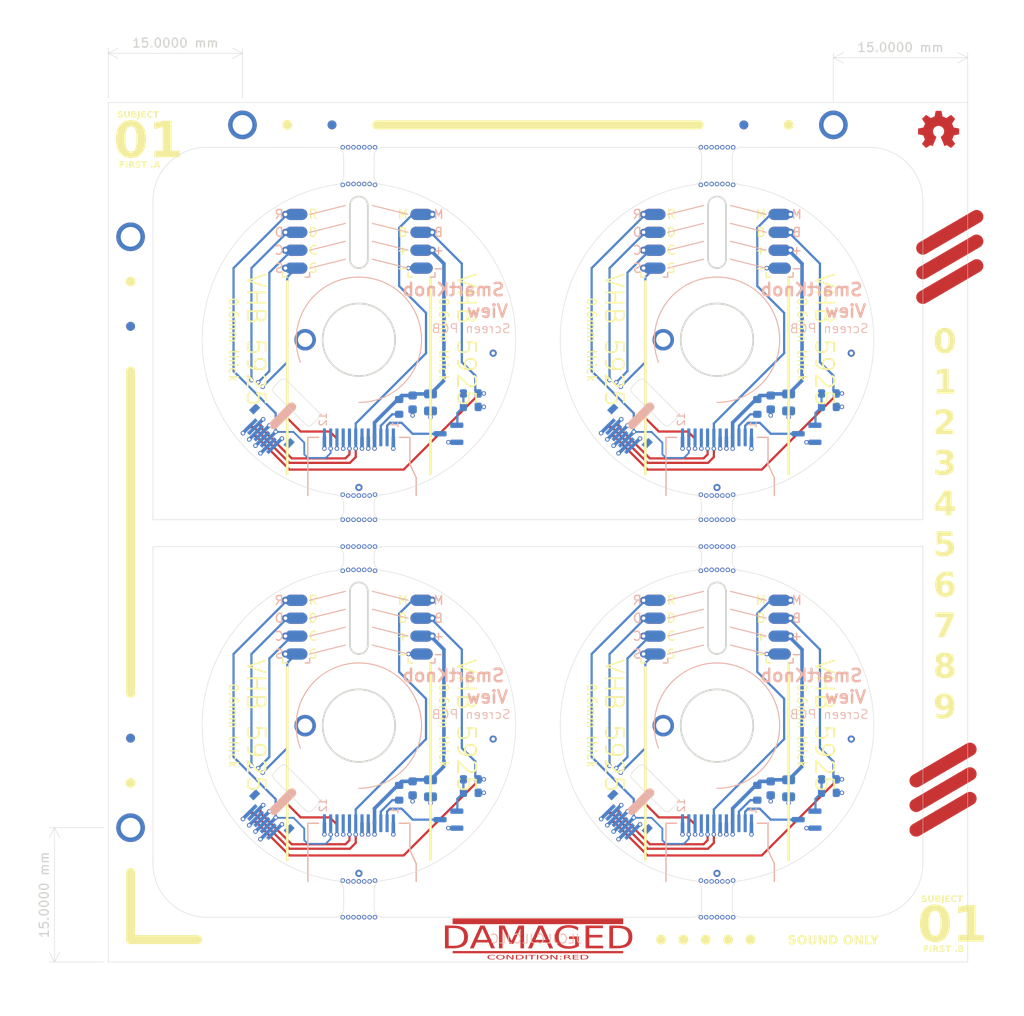
<source format=kicad_pcb>
(kicad_pcb (version 20221018) (generator pcbnew)
  (layers (0 "F.Cu" signal) (1 "In1.Cu" signal) (2 "In2.Cu" signal) (31 "B.Cu" signal) (34 "B.Paste" user) (35 "F.Paste" user) (36 "B.SilkS" user "B.Silkscreen") (37 "F.SilkS" user "F.Silkscreen") (38 "B.Mask" user) (39 "F.Mask" user) (44 "Edge.Cuts" user))
  (net 0 "")
  (net 1 "GND")
  (net 2 "/VDD")
  (net 3 "/DC")
  (net 4 "/BACKLIGHT_EN")
  (net 5 "/nRESET")
  (net 6 "/MOSI")
  (net 7 "/SCK")
  (net 8 "/nCS")
  (net 9 "/LEDA")
  (net 10 "/LEDK")
  (net 11 "Net-(Q1-G)")
  (footprint "SolderPads:SolderPads_2mm_4" (layer "F.Cu") (at 72 45.5 90)
    (fp_text reference "J4" hide)
    (fp_text value "Conn_01x04")
  )
  (footprint "Fiducial:Fiducial_1mm_Mask3mm" (layer "F.Cu") (at 39.5 52)
    (fp_text reference "REF**" hide)
    (fp_text value "Fiducial_1mm_Mask3mm" hide)
  )
  (footprint "Fiducial:Fiducial_1mm_Mask3mm" (layer "F.Cu") (at 39.5 98)
    (fp_text reference "REF**" hide)
    (fp_text value "Fiducial_1mm_Mask3mm" hide)
  )
  (footprint "custom_footprints:MountingHole_2.2mm_M2_DIN965_Pad" (layer "F.Cu") (at 52 29.5)
    (fp_text reference "REF**" hide)
    (fp_text value "MountingHole_2.2mm_M2_DIN965_Pad" hide)
  )
  (footprint "Fiducial:Fiducial_1mm_Mask3mm" (layer "F.Cu") (at 62 29.5)
    (fp_text reference "REF**" hide)
    (fp_text value "Fiducial_1mm_Mask3mm" hide)
  )
  (footprint "Holes:AlignmentHole_1.6" (layer "F.Cu") (at 59 53.5)
    (fp_text reference "H1" hide)
    (fp_text value "AlignmentHole" hide)
  )
  (footprint "Holes:AlignmentHole_1.6" (layer "F.Cu") (at 59 96.6)
    (fp_text reference "H1" hide)
    (fp_text value "AlignmentHole" hide)
  )
  (footprint "custom_footprints:MountingHole_2.2mm_M2_DIN965_Pad" (layer "F.Cu") (at 118 29.5)
    (fp_text reference "REF**" hide)
    (fp_text value "MountingHole_2.2mm_M2_DIN965_Pad" hide)
  )
  (footprint "custom_footprints:MountingHole_2.2mm_M2_DIN965_Pad" (layer "F.Cu") (at 39.5 108)
    (fp_text reference "REF**" hide)
    (fp_text value "MountingHole_2.2mm_M2_DIN965_Pad" hide)
  )
  (footprint "SolderPads:SolderPads_2mm_4" (layer "F.Cu") (at 98 45.5 90)
    (fp_text reference "J5" hide)
    (fp_text value "Conn_01x04")
  )
  (footprint "SolderPads:SolderPads_2mm_4" (layer "F.Cu") (at 58 45.5 90)
    (fp_text reference "J5" hide)
    (fp_text value "Conn_01x04")
  )
  (footprint "Holes:AlignmentHole_1.6" (layer "F.Cu") (at 99 96.6)
    (fp_text reference "H1" hide)
    (fp_text value "AlignmentHole" hide)
  )
  (footprint "SolderPads:SolderPads_2mm_4" (layer "F.Cu") (at 72 88.6 90)
    (fp_text reference "J4" hide)
    (fp_text value "Conn_01x04")
  )
  (footprint "Holes:AlignmentHole_1.6" (layer "F.Cu") (at 99 53.5)
    (fp_text reference "H1" hide)
    (fp_text value "AlignmentHole" hide)
  )
  (footprint "SolderPads:SolderPads_2mm_4" (layer "F.Cu") (at 58 88.6 90)
    (fp_text reference "J5" hide)
    (fp_text value "Conn_01x04")
  )
  (footprint "view_custom:fpc_wire_hole_6mm" (layer "F.Cu") (at 58 103.6 -45)
    (fp_text reference "REF**" hide)
    (fp_text value "fpc_wire_hole_6mm" hide)
    (fp_line (start -3 -0.5) (end -3 0.5) (stroke (width 0.05)) (layer "Edge.Cuts"))
    (fp_line (start -2.5 -1) (end 2.5 -1) (stroke (width 0.05)) (layer "Edge.Cuts"))
    (fp_line (start -2.5 1) (end 2.5 1) (stroke (width 0.05)) (layer "Edge.Cuts"))
    (fp_line (start 3 -0.5) (end 3 0.5) (stroke (width 0.05)) (layer "Edge.Cuts"))
    (fp_arc (start -3 -0.5) (mid -2.853553 -0.853553) (end -2.5 -1) (stroke (width 0.05)) (layer "Edge.Cuts"))
    (fp_arc (start -2.5 1) (mid -2.853553 0.853553) (end -3 0.5) (stroke (width 0.05)) (layer "Edge.Cuts"))
    (fp_arc (start 2.5 -1) (mid 2.853553 -0.853554) (end 3 -0.5) (stroke (width 0.05)) (layer "Edge.Cuts"))
    (fp_arc (start 3 0.5) (mid 2.853554 0.853553) (end 2.5 1) (stroke (width 0.05)) (layer "Edge.Cuts"))
  )
  (footprint "SolderPads:SolderPads_2mm_4" (layer "F.Cu") (at 112 88.6 90)
    (fp_text reference "J4" hide)
    (fp_text value "Conn_01x04")
  )
  (footprint "view_custom:fpc_wire_hole_6mm" (layer "F.Cu") (at 98 60.5 -45)
    (fp_text reference "REF**" hide)
    (fp_text value "fpc_wire_hole_6mm" hide)
    (fp_line (start -3 -0.5) (end -3 0.5) (stroke (width 0.05)) (layer "Edge.Cuts"))
    (fp_line (start -2.5 -1) (end 2.5 -1) (stroke (width 0.05)) (layer "Edge.Cuts"))
    (fp_line (start -2.5 1) (end 2.5 1) (stroke (width 0.05)) (layer "Edge.Cuts"))
    (fp_line (start 3 -0.5) (end 3 0.5) (stroke (width 0.05)) (layer "Edge.Cuts"))
    (fp_arc (start -3 -0.5) (mid -2.853553 -0.853553) (end -2.5 -1) (stroke (width 0.05)) (layer "Edge.Cuts"))
    (fp_arc (start -2.5 1) (mid -2.853553 0.853553) (end -3 0.5) (stroke (width 0.05)) (layer "Edge.Cuts"))
    (fp_arc (start 2.5 -1) (mid 2.853553 -0.853554) (end 3 -0.5) (stroke (width 0.05)) (layer "Edge.Cuts"))
    (fp_arc (start 3 0.5) (mid 2.853554 0.853553) (end 2.5 1) (stroke (width 0.05)) (layer "Edge.Cuts"))
  )
  (footprint "SolderPads:SolderPads_2mm_4" (layer "F.Cu") (at 112 45.5 90)
    (fp_text reference "J4" hide)
    (fp_text value "Conn_01x04")
  )
  (footprint "Symbol:OSHW-Logo2_7.3x6mm_Copper" (layer "F.Cu") (at 129.75 30.696686)
    (fp_text reference "REF**" hide)
    (fp_text value "OSHW-Logo2_7.3x6mm_Copper" hide)
  )
  (footprint "SolderPads:SolderPads_2mm_4" (layer "F.Cu") (at 98 88.6 90)
    (fp_text reference "J5" hide)
    (fp_text value "Conn_01x04")
  )
  (footprint "Fiducial:Fiducial_1mm_Mask3mm" (layer "F.Cu") (at 108 29.5)
    (fp_text reference "REF**" hide)
    (fp_text value "Fiducial_1mm_Mask3mm" hide)
  )
  (footprint "custom_footprints:MountingHole_2.2mm_M2_DIN965_Pad" (layer "F.Cu") (at 39.5 42)
    (fp_text reference "REF**" hide)
    (fp_text value "MountingHole_2.2mm_M2_DIN965_Pad" hide)
  )
  (footprint "view_custom:fpc_wire_hole_6mm" (layer "F.Cu") (at 98 103.6 -45)
    (fp_text reference "REF**" hide)
    (fp_text value "fpc_wire_hole_6mm" hide)
    (fp_line (start -3 -0.5) (end -3 0.5) (stroke (width 0.05)) (layer "Edge.Cuts"))
    (fp_line (start -2.5 -1) (end 2.5 -1) (stroke (width 0.05)) (layer "Edge.Cuts"))
    (fp_line (start -2.5 1) (end 2.5 1) (stroke (width 0.05)) (layer "Edge.Cuts"))
    (fp_line (start 3 -0.5) (end 3 0.5) (stroke (width 0.05)) (layer "Edge.Cuts"))
    (fp_arc (start -3 -0.5) (mid -2.853553 -0.853553) (end -2.5 -1) (stroke (width 0.05)) (layer "Edge.Cuts"))
    (fp_arc (start -2.5 1) (mid -2.853553 0.853553) (end -3 0.5) (stroke (width 0.05)) (layer "Edge.Cuts"))
    (fp_arc (start 2.5 -1) (mid 2.853553 -0.853554) (end 3 -0.5) (stroke (width 0.05)) (layer "Edge.Cuts"))
    (fp_arc (start 3 0.5) (mid 2.853554 0.853553) (end 2.5 1) (stroke (width 0.05)) (layer "Edge.Cuts"))
  )
  (footprint "view_custom:fpc_wire_hole_6mm" (layer "F.Cu") (at 58 60.5 -45)
    (fp_text reference "REF**" hide)
    (fp_text value "fpc_wire_hole_6mm" hide)
    (fp_line (start -3 -0.5) (end -3 0.5) (stroke (width 0.05)) (layer "Edge.Cuts"))
    (fp_line (start -2.5 -1) (end 2.5 -1) (stroke (width 0.05)) (layer "Edge.Cuts"))
    (fp_line (start -2.5 1) (end 2.5 1) (stroke (width 0.05)) (layer "Edge.Cuts"))
    (fp_line (start 3 -0.5) (end 3 0.5) (stroke (width 0.05)) (layer "Edge.Cuts"))
    (fp_arc (start -3 -0.5) (mid -2.853553 -0.853553) (end -2.5 -1) (stroke (width 0.05)) (layer "Edge.Cuts"))
    (fp_arc (start -2.5 1) (mid -2.853553 0.853553) (end -3 0.5) (stroke (width 0.05)) (layer "Edge.Cuts"))
    (fp_arc (start 2.5 -1) (mid 2.853553 -0.853554) (end 3 -0.5) (stroke (width 0.05)) (layer "Edge.Cuts"))
    (fp_arc (start 3 0.5) (mid 2.853554 0.853553) (end 2.5 1) (stroke (width 0.05)) (layer "Edge.Cuts"))
  )
  (footprint "SolderPads:SolderPads_2mm_4" (layer "B.Cu") (at 98 88.6 90)
    (fp_text reference "J3" hide)
    (fp_text value "Conn_01x04")
  )
  (footprint "Resistor_SMD:R_0603_1608Metric" (layer "B.Cu") (at 77.5 102.6 180)
    (fp_text reference "R1" hide)
    (fp_text value "10k" hide)
  )
  (footprint "Capacitor_SMD:C_0603_1608Metric" (layer "B.Cu") (at 71 60.5 -90)
    (fp_text reference "C2" hide)
    (fp_text value "0.1uF" hide)
  )
  (footprint "LCD_GC9A01:GC9A01Round1.28" (layer "B.Cu") (at 65 107.5 90)
    (fp_text reference "J2" hide)
    (fp_text value "GC9A01" hide)
  )
  (footprint "Package_TO_SOT_SMD:SOT-23" (layer "B.Cu") (at 75 64 180)
    (fp_text reference "Q1" hide)
    (fp_text value "2N7002" hide)
  )
  (footprint "Fiducial:Fiducial_1mm_Mask3mm" (layer "B.Cu") (at 39.5 98 180)
    (fp_text reference "REF**" hide)
    (fp_text value "Fiducial_1mm_Mask3mm" hide)
  )
  (footprint "SolderPads:SolderPads_2mm_4" (layer "B.Cu") (at 58 88.6 90)
    (fp_text reference "J3" hide)
    (fp_text value "Conn_01x04")
  )
  (footprint "Capacitor_SMD:C_0805_2012Metric" (layer "B.Cu") (at 113 103.6 -90)
    (fp_text reference "C1" hide)
    (fp_text value "22uF" hide)
  )
  (footprint "Capacitor_SMD:C_0603_1608Metric" (layer "B.Cu") (at 111 60.5 -90)
    (fp_text reference "C2" hide)
    (fp_text value "0.1uF" hide)
  )
  (footprint "Resistor_SMD:R_0603_1608Metric" (layer "B.Cu") (at 117.5 102.6 180)
    (fp_text reference "R1" hide)
    (fp_text value "10k" hide)
  )
  (footprint "SolderPads:SolderPads_2mm_4" (layer "B.Cu") (at 72 45.5 90)
    (fp_text reference "J1" hide)
    (fp_text value "Conn_01x04")
  )
  (footprint "SolderPads:SolderPads_2mm_4" (layer "B.Cu") (at 98 45.5 90)
    (fp_text reference "J3" hide)
    (fp_text value "Conn_01x04")
  )
  (footprint "Resistor_SMD:R_0603_1608Metric" (layer "B.Cu") (at 69.5 104.1 -90)
    (fp_text reference "R2" hide)
    (fp_text value "22R" hide)
  )
  (footprint "Resistor_SMD:R_0603_1608Metric" (layer "B.Cu") (at 77.5 61)
    (fp_text reference "R3" hide)
    (fp_text value "1M" hide)
  )
  (footprint "LCD_GC9A01:GC9A01Round1.28" (layer "B.Cu") (at 105 107.5 90)
    (fp_text reference "J2" hide)
    (fp_text value "GC9A01" hide)
  )
  (footprint "SolderPads:SolderPads_2mm_4" (layer "B.Cu") (at 58 45.5 90)
    (fp_text reference "J3" hide)
    (fp_text value "Conn_01x04")
  )
  (footprint "Resistor_SMD:R_0603_1608Metric" (layer "B.Cu") (at 117.5 104.1)
    (fp_text reference "R3" hide)
    (fp_text value "1M" hide)
  )
  (footprint "Fiducial:Fiducial_1mm_Mask3mm" (layer "B.Cu") (at 39.5 52 180)
    (fp_text reference "REF**" hide)
    (fp_text value "Fiducial_1mm_Mask3mm" hide)
  )
  (footprint "Resistor_SMD:R_0603_1608Metric" (layer "B.Cu") (at 77.5 59.5 180)
    (fp_text reference "R1" hide)
    (fp_text value "10k" hide)
  )
  (footprint "screen_connector:Amphenol FCI FPC 8 pin 0.5 pitch" (layer "B.Cu") (at 95.177297 106.362043 -45)
    (fp_text reference "J6" hide)
    (fp_text value "LCD - FPC" hide)
  )
  (footprint "SolderPads:SolderPads_2mm_4" (layer "B.Cu") (at 112 88.6 90)
    (fp_text reference "J1" hide)
    (fp_text value "Conn_01x04")
  )
  (footprint "Package_TO_SOT_SMD:SOT-23" (layer "B.Cu") (at 115 107.1 180)
    (fp_text reference "Q1" hide)
    (fp_text value "2N7002" hide)
  )
  (footprint "Fiducial:Fiducial_1mm_Mask3mm" (layer "B.Cu") (at 108 29.5 180)
    (fp_text reference "REF**" hide)
    (fp_text value "Fiducial_1mm_Mask3mm" hide)
  )
  (footprint "Capacitor_SMD:C_0805_2012Metric" (layer "B.Cu") (at 73 103.6 -90)
    (fp_text reference "C1" hide)
    (fp_text value "22uF" hide)
  )
  (footprint "screen_connector:Amphenol FCI FPC 8 pin 0.5 pitch" (layer "B.Cu") (at 55.177297 106.362043 -45)
    (fp_text reference "J6" hide)
    (fp_text value "LCD - FPC" hide)
  )
  (footprint "SolderPads:SolderPads_2mm_4" (layer "B.Cu") (at 112 45.5 90)
    (fp_text reference "J1" hide)
    (fp_text value "Conn_01x04")
  )
  (footprint "LCD_GC9A01:GC9A01Round1.28" (layer "B.Cu") (at 105 64.4 90)
    (fp_text reference "J2" hide)
    (fp_text value "GC9A01" hide)
  )
  (footprint "Resistor_SMD:R_0603_1608Metric" (layer "B.Cu") (at 69.5 61 -90)
    (fp_text reference "R2" hide)
    (fp_text value "22R" hide)
  )
  (footprint "Resistor_SMD:R_0603_1608Metric" (layer "B.Cu") (at 117.5 61)
    (fp_text reference "R3" hide)
    (fp_text value "1M" hide)
  )
  (footprint "Resistor_SMD:R_0603_1608Metric" (layer "B.Cu") (at 109.5 104.1 -90)
    (fp_text reference "R2" hide)
    (fp_text value "22R" hide)
  )
  (footprint "Resistor_SMD:R_0603_1608Metric" (layer "B.Cu") (at 77.5 104.1)
    (fp_text reference "R3" hide)
    (fp_text value "1M" hide)
  )
  (footprint "Package_TO_SOT_SMD:SOT-23" (layer "B.Cu") (at 75 107.1 180)
    (fp_text reference "Q1" hide)
    (fp_text value "2N7002" hide)
  )
  (footprint "screen_connector:Amphenol FCI FPC 8 pin 0.5 pitch" (layer "B.Cu") (at 95.177297 63.262043 -45)
    (fp_text reference "J6" hide)
    (fp_text value "LCD - FPC" hide)
  )
  (footprint "Capacitor_SMD:C_0805_2012Metric" (layer "B.Cu") (at 113 60.5 -90)
    (fp_text reference "C1" hide)
    (fp_text value "22uF" hide)
  )
  (footprint "Capacitor_SMD:C_0603_1608Metric" (layer "B.Cu") (at 71 103.6 -90)
    (fp_text reference "C2" hide)
    (fp_text value "0.1uF" hide)
  )
  (footprint "Resistor_SMD:R_0603_1608Metric" (layer "B.Cu") (at 109.5 61 -90)
    (fp_text reference "R2" hide)
    (fp_text value "22R" hide)
  )
  (footprint "Capacitor_SMD:C_0603_1608Metric" (layer "B.Cu") (at 111 103.6 -90)
    (fp_text reference "C2" hide)
    (fp_text value "0.1uF" hide)
  )
  (footprint "Capacitor_SMD:C_0805_2012Metric" (layer "B.Cu") (at 73 60.5 -90)
    (fp_text reference "C1" hide)
    (fp_text value "22uF" hide)
  )
  (footprint "SolderPads:SolderPads_2mm_4" (layer "B.Cu") (at 72 88.6 90)
    (fp_text reference "J1" hide)
    (fp_text value "Conn_01x04")
  )
  (footprint "Resistor_SMD:R_0603_1608Metric" (layer "B.Cu") (at 117.5 59.5 180)
    (fp_text reference "R1" hide)
    (fp_text value "10k" hide)
  )
  (footprint "Fiducial:Fiducial_1mm_Mask3mm" (layer "B.Cu") (at 62 29.5 180)
    (fp_text reference "REF**" hide)
    (fp_text value "Fiducial_1mm_Mask3mm" hide)
  )
  (footprint "Package_TO_SOT_SMD:SOT-23" (layer "B.Cu") (at 115 64 180)
    (fp_text reference "Q1" hide)
    (fp_text value "2N7002" hide)
  )
  (footprint "LCD_GC9A01:GC9A01Round1.28" (layer "B.Cu") (at 65 64.4 90)
    (fp_text reference "J2" hide)
    (fp_text value "GC9A01" hide)
  )
  (footprint "screen_connector:Amphenol FCI FPC 8 pin 0.5 pitch" (layer "B.Cu") (at 55.177297 63.262043 -45)
    (fp_text reference "J6" hide)
    (fp_text value "LCD - FPC" hide)
  )
  (gr_rect (start 75.5 118.15) (end 94.5 118.75) (stroke (width 0.05)) (fill solid) (layer "F.Cu"))
  (gr_line (start 128 43.25) (end 134 39.75) (stroke (width 1.5)) (layer "F.Cu"))
  (gr_line (start 127.25 108.25) (end 133.25 104.75) (stroke (width 1.5)) (layer "F.Cu"))
  (gr_line (start 128 46) (end 134 42.5) (stroke (width 1.5)) (layer "F.Cu"))
  (gr_line (start 128 48.75) (end 134 45.25) (stroke (width 1.5)) (layer "F.Cu"))
  (gr_line (start 127.25 102.75) (end 133.25 99.25) (stroke (width 1.5)) (layer "F.Cu"))
  (gr_line (start 127.25 105.5) (end 133.25 102) (stroke (width 1.5)) (layer "F.Cu"))
  (gr_rect (start 75.5 121.8) (end 94.5 122) (stroke (width 0.05)) (fill solid) (layer "F.Cu"))
  (gr_line (start 57.5 104.1) (end 55.5 106.1) (stroke (width 1)) (layer "B.SilkS"))
  (gr_line (start 66.5 83.6) (end 70.5 84.6) (stroke (width 0.12)) (layer "B.SilkS"))
  (gr_line (start 63.5 83.6) (end 59.5 84.6) (stroke (width 0.12)) (layer "B.SilkS"))
  (gr_line (start 97.5 104.1) (end 95.5 106.1) (stroke (width 1)) (layer "B.SilkS"))
  (gr_line (start 103.5 40.5) (end 99.5 41.5) (stroke (width 0.12)) (layer "B.SilkS"))
  (gr_line (start 103.5 81.6) (end 99.5 82.6) (stroke (width 0.12)) (layer "B.SilkS"))
  (gr_line (start 106.5 85.6) (end 110.5 86.6) (stroke (width 0.12)) (layer "B.SilkS"))
  (gr_line (start 66.5 44.5) (end 70.5 45.5) (stroke (width 0.12)) (layer "B.SilkS"))
  (gr_line (start 66.5 85.6) (end 70.5 86.6) (stroke (width 0.12)) (layer "B.SilkS"))
  (gr_line (start 66.5 38.5) (end 70.5 39.5) (stroke (width 0.12)) (layer "B.SilkS"))
  (gr_line (start 63.5 44.5) (end 59.5 45.5) (stroke (width 0.12)) (layer "B.SilkS"))
  (gr_line (start 63.5 87.6) (end 59.5 88.6) (stroke (width 0.12)) (layer "B.SilkS"))
  (gr_line (start 66.5 87.6) (end 70.5 88.6) (stroke (width 0.12)) (layer "B.SilkS"))
  (gr_line (start 63.5 81.6) (end 59.5 82.6) (stroke (width 0.12)) (layer "B.SilkS"))
  (gr_line (start 106.5 83.6) (end 110.5 84.6) (stroke (width 0.12)) (layer "B.SilkS"))
  (gr_line (start 103.5 85.6) (end 99.5 86.6) (stroke (width 0.12)) (layer "B.SilkS"))
  (gr_line (start 63.5 38.5) (end 59.5 39.5) (stroke (width 0.12)) (layer "B.SilkS"))
  (gr_arc (start 58.466581 56.012854) (mid 68.962955 47.729819) (end 65 60.5) (stroke (width 0.12)) (layer "B.SilkS"))
  (gr_line (start 66.5 81.6) (end 70.5 82.6) (stroke (width 0.12)) (layer "B.SilkS"))
  (gr_line (start 106.5 42.5) (end 110.5 43.5) (stroke (width 0.12)) (layer "B.SilkS"))
  (gr_line (start 103.5 42.5) (end 99.5 43.5) (stroke (width 0.12)) (layer "B.SilkS"))
  (gr_line (start 106.5 44.5) (end 110.5 45.5) (stroke (width 0.12)) (layer "B.SilkS"))
  (gr_line (start 103.5 87.6) (end 99.5 88.6) (stroke (width 0.12)) (layer "B.SilkS"))
  (gr_line (start 106.5 40.5) (end 110.5 41.5) (stroke (width 0.12)) (layer "B.SilkS"))
  (gr_line (start 63.5 42.5) (end 59.5 43.5) (stroke (width 0.12)) (layer "B.SilkS"))
  (gr_line (start 66.5 40.5) (end 70.5 41.5) (stroke (width 0.12)) (layer "B.SilkS"))
  (gr_line (start 57.5 61) (end 55.5 63) (stroke (width 1)) (layer "B.SilkS"))
  (gr_line (start 63.5 85.6) (end 59.5 86.6) (stroke (width 0.12)) (layer "B.SilkS"))
  (gr_line (start 103.5 38.5) (end 99.5 39.5) (stroke (width 0.12)) (layer "B.SilkS"))
  (gr_arc (start 98.466581 99.112854) (mid 108.962955 90.829819) (end 105 103.6) (stroke (width 0.12)) (layer "B.SilkS"))
  (gr_line (start 106.5 38.5) (end 110.5 39.5) (stroke (width 0.12)) (layer "B.SilkS"))
  (gr_line (start 103.5 83.6) (end 99.5 84.6) (stroke (width 0.12)) (layer "B.SilkS"))
  (gr_line (start 103.5 44.5) (end 99.5 45.5) (stroke (width 0.12)) (layer "B.SilkS"))
  (gr_line (start 106.5 87.6) (end 110.5 88.6) (stroke (width 0.12)) (layer "B.SilkS"))
  (gr_arc (start 58.466581 99.112854) (mid 68.962955 90.829819) (end 65 103.6) (stroke (width 0.12)) (layer "B.SilkS"))
  (gr_arc (start 98.466581 56.012854) (mid 108.962955 47.729819) (end 105 60.5) (stroke (width 0.12)) (layer "B.SilkS"))
  (gr_line (start 63.5 40.5) (end 59.5 41.5) (stroke (width 0.12)) (layer "B.SilkS"))
  (gr_line (start 66.5 42.5) (end 70.5 43.5) (stroke (width 0.12)) (layer "B.SilkS"))
  (gr_line (start 106.5 81.6) (end 110.5 82.6) (stroke (width 0.12)) (layer "B.SilkS"))
  (gr_line (start 97.5 61) (end 95.5 63) (stroke (width 1)) (layer "B.SilkS"))
  (gr_circle (center 103.75 120.5) (end 104.25 120.5) (stroke (width 0.1)) (fill solid) (layer "F.SilkS"))
  (gr_circle (center 39.5 47) (end 40 47) (stroke (width 0.1)) (fill solid) (layer "F.SilkS"))
  (gr_circle (center 113 29.5) (end 113.5 29.5) (stroke (width 0.1)) (fill solid) (layer "F.SilkS"))
  (gr_line (start 39.5 93) (end 39.499999 56.999999) (stroke (width 1)) (layer "F.SilkS"))
  (gr_circle (center 101.25 120.5) (end 101.75 120.5) (stroke (width 0.1)) (fill solid) (layer "F.SilkS"))
  (gr_line (start 67 29.5) (end 103 29.5) (stroke (width 1)) (layer "F.SilkS"))
  (gr_line (start 113 46.5) (end 113 68.5) (stroke (width 0.3)) (layer "F.SilkS"))
  (gr_circle (center 106.25 120.5) (end 106.75 120.5) (stroke (width 0.1)) (fill solid) (layer "F.SilkS"))
  (gr_line (start 39.5 120.5) (end 47 120.5) (stroke (width 1)) (layer "F.SilkS"))
  (gr_line (start 97 47) (end 97 68.5) (stroke (width 0.3)) (layer "F.SilkS"))
  (gr_line (start 39.5 120.5) (end 39.5 113) (stroke (width 1)) (layer "F.SilkS"))
  (gr_circle (center 39.5 103) (end 40 103) (stroke (width 0.1)) (fill solid) (layer "F.SilkS"))
  (gr_line (start 73 89.6) (end 73 111.6) (stroke (width 0.3)) (layer "F.SilkS"))
  (gr_line (start 73 46.5) (end 73 68.5) (stroke (width 0.3)) (layer "F.SilkS"))
  (gr_circle (center 98.75 120.5) (end 99.25 120.5) (stroke (width 0.1)) (fill solid) (layer "F.SilkS"))
  (gr_line (start 113 89.6) (end 113 111.6) (stroke (width 0.3)) (layer "F.SilkS"))
  (gr_line (start 97 90.1) (end 97 111.6) (stroke (width 0.3)) (layer "F.SilkS"))
  (gr_circle (center 108.75 120.5) (end 109.25 120.5) (stroke (width 0.1)) (fill solid) (layer "F.SilkS"))
  (gr_line (start 57 90.1) (end 57 111.6) (stroke (width 0.3)) (layer "F.SilkS"))
  (gr_line (start 57 47) (end 57 68.5) (stroke (width 0.3)) (layer "F.SilkS"))
  (gr_circle (center 57 29.5) (end 57.5 29.5) (stroke (width 0.1)) (fill solid) (layer "F.SilkS"))
  (gr_line (start 42 76.6) (end 62.300004 76.600006) (stroke (width 0.05)) (layer "Edge.Cuts"))
  (gr_circle (center 105 53.5) (end 109.05 53.5) (stroke (width 0.2)) (fill none) (layer "Edge.Cuts"))
  (gr_arc (start 106 44.5) (mid 105 45.5) (end 104 44.5) (stroke (width 0.2)) (layer "Edge.Cuts"))
  (gr_arc (start 67.700001 79.300007) (mid 66.992891 79.007115) (end 66.700005 78.300006) (stroke (width 0.05)) (layer "Edge.Cuts"))
  (gr_arc (start 103.299992 78.299999) (mid 103.007103 79.007106) (end 102.299997 79.300007) (stroke (width 0.05)) (layer "Edge.Cuts"))
  (gr_line (start 106.700006 71.800005) (end 106.699994 72.6) (stroke (width 0.05)) (layer "Edge.Cuts"))
  (gr_arc (start 66 44.5) (mid 65 45.5) (end 64 44.5) (stroke (width 0.2)) (layer "Edge.Cuts"))
  (gr_line (start 64 81.6) (end 64 87.6) (stroke (width 0.2)) (layer "Edge.Cuts"))
  (gr_line (start 128 76.6) (end 107.700001 76.600001) (stroke (width 0.05)) (layer "Edge.Cuts"))
  (gr_line (start 104 81.6) (end 104 87.6) (stroke (width 0.2)) (layer "Edge.Cuts"))
  (gr_arc (start 67.699995 73.6) (mid 66.992891 73.307105) (end 66.699994 72.6) (stroke (width 0.05)) (layer "Edge.Cuts"))
  (gr_arc (start 107.699995 118) (mid 106.992888 117.707107) (end 106.699994 117) (stroke (width 0.05)) (layer "Edge.Cuts"))
  (gr_line (start 63.29999 117.000002) (end 63.299994 114.899998) (stroke (width 0.05)) (layer "Edge.Cuts"))
  (gr_arc (start 66.700004 114.900005) (mid 66.992892 114.192895) (end 67.7 113.900001) (stroke (width 0.05)) (layer "Edge.Cuts"))
  (gr_line (start 103.299999 35.199993) (end 103.300003 33.007105) (stroke (width 0.05)) (layer "Edge.Cuts"))
  (gr_line (start 103.300005 77.600006) (end 103.299992 78.299999) (stroke (width 0.05)) (layer "Edge.Cuts"))
  (gr_arc (start 104 38.5) (mid 105 37.5) (end 106 38.5) (stroke (width 0.2)) (layer "Edge.Cuts"))
  (gr_arc (start 121.999997 31.999997) (mid 126.242641 33.757355) (end 127.999997 37.999997) (stroke (width 0.05)) (layer "Edge.Cuts"))
  (gr_arc (start 103.299992 72.600002) (mid 103.007099 73.307106) (end 102.299998 73.600003) (stroke (width 0.05)) (layer "Edge.Cuts"))
  (gr_arc (start 62.299997 70.799997) (mid 63.007103 71.092891) (end 63.299996 71.799998) (stroke (width 0.05)) (layer "Edge.Cuts"))
  (gr_arc (start 107.7 36.2) (mid 106.992894 35.907106) (end 106.700005 35.199998) (stroke (width 0.05)) (layer "Edge.Cuts"))
  (gr_line (start 106.700006 114.900005) (end 106.699994 117) (stroke (width 0.05)) (layer "Edge.Cuts"))
  (gr_arc (start 66 87.6) (mid 65 88.6) (end 64 87.6) (stroke (width 0.2)) (layer "Edge.Cuts"))
  (gr_line (start 63.299996 35.199995) (end 63.3 33.007107) (stroke (width 0.05)) (layer "Edge.Cuts"))
  (gr_arc (start 63.299992 78.299999) (mid 63.007102 79.007107) (end 62.299997 79.300007) (stroke (width 0.05)) (layer "Edge.Cuts"))
  (gr_line (start 66 87.6) (end 66 81.6) (stroke (width 0.2)) (layer "Edge.Cuts"))
  (gr_circle (center 65 53.5) (end 69.05 53.5) (stroke (width 0.2)) (fill none) (layer "Edge.Cuts"))
  (gr_line (start 37 123) (end 37 27) (stroke (width 0.05)) (layer "Edge.Cuts"))
  (gr_arc (start 62.300004 76.600006) (mid 63.007107 76.892903) (end 63.300005 77.600006) (stroke (width 0.05)) (layer "Edge.Cuts"))
  (gr_circle (center 65 96.6) (end 69.05 96.6) (stroke (width 0.2)) (fill none) (layer "Edge.Cuts"))
  (gr_line (start 48.000002 117.999999) (end 62.299996 118.000003) (stroke (width 0.05)) (layer "Edge.Cuts"))
  (gr_line (start 66.700006 71.800005) (end 66.699994 72.6) (stroke (width 0.05)) (layer "Edge.Cuts"))
  (gr_circle (center 105 96.6) (end 109.05 96.6) (stroke (width 0.2)) (fill none) (layer "Edge.Cuts"))
  (gr_line (start 67.7 32.007101) (end 102.300006 32.007103) (stroke (width 0.05)) (layer "Edge.Cuts"))
  (gr_line (start 66.700004 77.6) (end 66.700005 78.300006) (stroke (width 0.05)) (layer "Edge.Cuts"))
  (gr_line (start 63.300005 77.600006) (end 63.299992 78.299999) (stroke (width 0.05)) (layer "Edge.Cuts"))
  (gr_line (start 107.699995 73.6) (end 128 73.6) (stroke (width 0.05)) (layer "Edge.Cuts"))
  (gr_arc (start 62.300003 32.007105) (mid 63.007109 32.3) (end 63.3 33.007107) (stroke (width 0.05)) (layer "Edge.Cuts"))
  (gr_arc (start 62.299997 70.799996) (mid 47.490577 53.499999) (end 62.299998 36.200003) (stroke (width 0.05)) (layer "Edge.Cuts"))
  (gr_arc (start 66.700004 33.007106) (mid 66.992897 32.3) (end 67.7 32.007101) (stroke (width 0.05)) (layer "Edge.Cuts"))
  (gr_line (start 103.299992 117.000002) (end 103.299996 114.899998) (stroke (width 0.05)) (layer "Edge.Cuts"))
  (gr_arc (start 64 81.6) (mid 65 80.6) (end 66 81.6) (stroke (width 0.2)) (layer "Edge.Cuts"))
  (gr_arc (start 67.699997 36.200003) (mid 82.509423 53.499998) (end 67.700001 70.799997) (stroke (width 0.05)) (layer "Edge.Cuts"))
  (gr_arc (start 102.300004 76.600006) (mid 103.007105 76.892901) (end 103.300005 77.600006) (stroke (width 0.05)) (layer "Edge.Cuts"))
  (gr_arc (start 48.000002 117.999999) (mid 43.757358 116.242643) (end 42.000002 111.999999) (stroke (width 0.05)) (layer "Edge.Cuts"))
  (gr_line (start 106.700004 77.6) (end 106.700005 78.300006) (stroke (width 0.05)) (layer "Edge.Cuts"))
  (gr_line (start 106 87.6) (end 106 81.6) (stroke (width 0.2)) (layer "Edge.Cuts"))
  (gr_line (start 37 27) (end 133 27) (stroke (width 0.05)) (layer "Edge.Cuts"))
  (gr_line (start 67.700001 76.600001) (end 102.300004 76.600006) (stroke (width 0.05)) (layer "Edge.Cuts"))
  (gr_arc (start 106.700004 77.6) (mid 106.992897 76.892894) (end 107.700001 76.600001) (stroke (width 0.05)) (layer "Edge.Cuts"))
  (gr_arc (start 102.299997 113.899997) (mid 103.007102 114.19289) (end 103.299996 114.899998) (stroke (width 0.05)) (layer "Edge.Cuts"))
  (gr_arc (start 107.7 36.2) (mid 122.509426 53.499999) (end 107.700002 70.8) (stroke (width 0.05)) (layer "Edge.Cuts"))
  (gr_arc (start 103.299999 35.199993) (mid 103.007108 35.907102) (end 102.300001 36.2) (stroke (width 0.05)) (layer "Edge.Cuts"))
  (gr_arc (start 102.299997 70.799996) (mid 87.490577 53.499998) (end 102.300001 36.200003) (stroke (width 0.05)) (layer "Edge.Cuts"))
  (gr_arc (start 127.999999 111.999999) (mid 126.24264 116.24264) (end 121.999999 117.999999) (stroke (width 0.05)) (layer "Edge.Cuts"))
  (gr_line (start 106.700007 33.007104) (end 106.700005 35.199998) (stroke (width 0.05)) (layer "Edge.Cuts"))
  (gr_line (start 63.299996 71.799998) (end 63.299992 72.600002) (stroke (width 0.05)) (layer "Edge.Cuts"))
  (gr_arc (start 63.299996 35.199995) (mid 63.007105 35.907104) (end 62.299998 36.200002) (stroke (width 0.05)) (layer "Edge.Cuts"))
  (gr_arc (start 106.700006 114.900005) (mid 106.992895 114.192894) (end 107.700002 113.900001) (stroke (width 0.05)) (layer "Edge.Cuts"))
  (gr_arc (start 42 38) (mid 43.757357 33.757356) (end 48 32) (stroke (width 0.05)) (layer "Edge.Cuts"))
  (gr_line (start 107.700003 32.007099) (end 121.999997 31.999997) (stroke (width 0.05)) (layer "Edge.Cuts"))
  (gr_arc (start 106 87.6) (mid 105 88.6) (end 104 87.6) (stroke (width 0.2)) (layer "Edge.Cuts"))
  (gr_line (start 128 73.6) (end 127.999997 37.999997) (stroke (width 0.05)) (layer "Edge.Cuts"))
  (gr_line (start 42 73.6) (end 42 38) (stroke (width 0.05)) (layer "Edge.Cuts"))
  (gr_line (start 104 38.5) (end 104 44.5) (stroke (width 0.2)) (layer "Edge.Cuts"))
  (gr_line (start 64 38.5) (end 64 44.5) (stroke (width 0.2)) (layer "Edge.Cuts"))
  (gr_arc (start 102.300006 32.007103) (mid 103.007112 32.299998) (end 103.300003 33.007105) (stroke (width 0.05)) (layer "Edge.Cuts"))
  (gr_line (start 67.699993 118) (end 102.299998 118.000003) (stroke (width 0.05)) (layer "Edge.Cuts"))
  (gr_arc (start 103.299992 117.000002) (mid 103.007099 117.707106) (end 102.299998 118.000003) (stroke (width 0.05)) (layer "Edge.Cuts"))
  (gr_arc (start 107.700001 79.300007) (mid 122.509419 96.6) (end 107.700001 113.899993) (stroke (width 0.05)) (layer "Edge.Cuts"))
  (gr_line (start 42 73.6) (end 62.299998 73.600003) (stroke (width 0.05)) (layer "Edge.Cuts"))
  (gr_line (start 102.299998 73.600003) (end 67.699995 73.6) (stroke (width 0.05)) (layer "Edge.Cuts"))
  (gr_arc (start 102.299997 70.799997) (mid 103.007103 71.092891) (end 103.299996 71.799998) (stroke (width 0.05)) (layer "Edge.Cuts"))
  (gr_arc (start 67.700001 79.300007) (mid 82.509419 96.600001) (end 67.699999 113.899993) (stroke (width 0.05)) (layer "Edge.Cuts"))
  (gr_line (start 103.299996 71.799998) (end 103.299992 72.600002) (stroke (width 0.05)) (layer "Edge.Cuts"))
  (gr_arc (start 62.299995 113.899997) (mid 63.007101 114.192891) (end 63.299994 114.899998) (stroke (width 0.05)) (layer "Edge.Cuts"))
  (gr_line (start 107.699995 118) (end 121.999999 117.999999) (stroke (width 0.05)) (layer "Edge.Cuts"))
  (gr_arc (start 66.700006 71.800005) (mid 66.992894 71.092895) (end 67.700002 70.800001) (stroke (width 0.05)) (layer "Edge.Cuts"))
  (gr_arc (start 67.699997 36.200002) (mid 66.992891 35.907108) (end 66.700002 35.2) (stroke (width 0.05)) (layer "Edge.Cuts"))
  (gr_line (start 133 27) (end 133 123) (stroke (width 0.05)) (layer "Edge.Cuts"))
  (gr_line (start 128 76.6) (end 127.999999 111.999999) (stroke (width 0.05)) (layer "Edge.Cuts"))
  (gr_arc (start 66.700004 77.6) (mid 66.992899 76.892901) (end 67.700001 76.600001) (stroke (width 0.05)) (layer "Edge.Cuts"))
  (gr_line (start 48 32) (end 62.300003 32.007105) (stroke (width 0.05)) (layer "Edge.Cuts"))
  (gr_line (start 106 44.5) (end 106 38.5) (stroke (width 0.2)) (layer "Edge.Cuts"))
  (gr_arc (start 67.699993 118) (mid 66.992886 117.707107) (end 66.699992 117) (stroke (width 0.05)) (layer "Edge.Cuts"))
  (gr_line (start 133 123) (end 37 123) (stroke (width 0.05)) (layer "Edge.Cuts"))
  (gr_arc (start 107.699995 73.6) (mid 106.992893 73.307105) (end 106.699994 72.6) (stroke (width 0.05)) (layer "Edge.Cuts"))
  (gr_arc (start 102.299997 113.899996) (mid 87.490577 96.6) (end 102.299996 79.300004) (stroke (width 0.05)) (layer "Edge.Cuts"))
  (gr_arc (start 64 38.5) (mid 65 37.5) (end 66 38.5) (stroke (width 0.2)) (layer "Edge.Cuts"))
  (gr_arc (start 106.700007 33.007104) (mid 106.9929 32.299998) (end 107.700003 32.007099) (stroke (width 0.05)) (layer "Edge.Cuts"))
  (gr_arc (start 104 81.6) (mid 105 80.6) (end 106 81.6) (stroke (width 0.2)) (layer "Edge.Cuts"))
  (gr_arc (start 63.299992 72.600002) (mid 63.007099 73.307106) (end 62.299998 73.600003) (stroke (width 0.05)) (layer "Edge.Cuts"))
  (gr_arc (start 62.299995 113.899996) (mid 47.490577 96.6) (end 62.299996 79.300004) (stroke (width 0.05)) (layer "Edge.Cuts"))
  (gr_arc (start 106.700006 71.800005) (mid 106.992895 71.092896) (end 107.700002 70.800001) (stroke (width 0.05)) (layer "Edge.Cuts"))
  (gr_line (start 66.700004 33.007106) (end 66.700002 35.2) (stroke (width 0.05)) (layer "Edge.Cuts"))
  (gr_line (start 42 76.6) (end 42.000002 111.999999) (stroke (width 0.05)) (layer "Edge.Cuts"))
  (gr_line (start 66.700004 114.900005) (end 66.699992 117) (stroke (width 0.05)) (layer "Edge.Cuts"))
  (gr_arc (start 63.29999 117.000002) (mid 63.007097 117.707106) (end 62.299996 118.000003) (stroke (width 0.05)) (layer "Edge.Cuts"))
  (gr_line (start 66 44.5) (end 66 38.5) (stroke (width 0.2)) (layer "Edge.Cuts"))
  (gr_arc (start 107.700001 79.300007) (mid 106.992893 79.007114) (end 106.700005 78.300006) (stroke (width 0.05)) (layer "Edge.Cuts"))
  (gr_text "CONDITION:RED" (at 85 122.8) (layer "F.Cu") (effects (font (size 0.5 1) (thickness 0.125)) (justify bottom)))
  (gr_text "DAMAGED" (at 85 121.9) (layer "F.Cu") (effects (font (size 2.5 3) (thickness 0.3)) (justify bottom)))
  (gr_text "SmartKnob" (at 81.4 91) (layer "B.SilkS") (effects (font (size 1.4 1.4) (thickness 0.27)) (justify left mirror)))
  (gr_text "-" (at 73.9 88.6) (layer "B.SilkS") (effects (font (size 1 1)) (justify mirror)))
  (gr_text "C" (at 96.1 43.5) (layer "B.SilkS") (effects (font (size 1 1)) (justify mirror)))
  (gr_text "-" (at 113.9 45.5) (layer "B.SilkS") (effects (font (size 1 1)) (justify mirror)))
  (gr_text "D" (at 96.1 84.6) (layer "B.SilkS") (effects (font (size 1 1)) (justify mirror)))
  (gr_text "B" (at 73.9 84.6) (layer "B.SilkS") (effects (font (size 1 1)) (justify mirror)))
  (gr_text "R" (at 56.1 82.6) (layer "B.SilkS") (effects (font (size 1 1)) (justify mirror)))
  (gr_text "R" (at 56.1 39.5) (layer "B.SilkS") (effects (font (size 1 1)) (justify mirror)))
  (gr_text "D" (at 96.1 41.5) (layer "B.SilkS") (effects (font (size 1 1)) (justify mirror)))
  (gr_text "S" (at 96.1 45.5) (layer "B.SilkS") (effects (font (size 1 1)) (justify mirror)))
  (gr_text "C" (at 56.1 86.6) (layer "B.SilkS") (effects (font (size 1 1)) (justify mirror)))
  (gr_text "SmartKnob" (at 121.4 47.9) (layer "B.SilkS") (effects (font (size 1.4 1.4) (thickness 0.27)) (justify left mirror)))
  (gr_text "C" (at 96.1 86.6) (layer "B.SilkS") (effects (font (size 1 1)) (justify mirror)))
  (gr_text "+" (at 73.9 43.5) (layer "B.SilkS") (effects (font (size 1 1)) (justify mirror)))
  (gr_text "R" (at 96.1 82.6) (layer "B.SilkS") (effects (font (size 1 1)) (justify mirror)))
  (gr_text "SmartKnob" (at 121.4 91) (layer "B.SilkS") (effects (font (size 1.4 1.4) (thickness 0.27)) (justify left mirror)))
  (gr_text "M" (at 113.9 82.6) (layer "B.SilkS") (effects (font (size 1 1)) (justify mirror)))
  (gr_text "D" (at 56.1 41.5) (layer "B.SilkS") (effects (font (size 1 1)) (justify mirror)))
  (gr_text "-" (at 113.9 88.6) (layer "B.SilkS") (effects (font (size 1 1)) (justify mirror)))
  (gr_text "View" (at 81.8 93.4) (layer "B.SilkS") (effects (font (size 1.4 1.4) (thickness 0.27)) (justify left mirror)))
  (gr_text "+" (at 113.9 86.6) (layer "B.SilkS") (effects (font (size 1 1)) (justify mirror)))
  (gr_text "D" (at 56.1 84.6) (layer "B.SilkS") (effects (font (size 1 1)) (justify mirror)))
  (gr_text "-" (at 73.9 45.5) (layer "B.SilkS") (effects (font (size 1 1)) (justify mirror)))
  (gr_text "View" (at 81.8 50.3) (layer "B.SilkS") (effects (font (size 1.4 1.4) (thickness 0.27)) (justify left mirror)))
  (gr_text "S" (at 56.1 88.6) (layer "B.SilkS") (effects (font (size 1 1)) (justify mirror)))
  (gr_text "M" (at 113.9 39.5) (layer "B.SilkS") (effects (font (size 1 1)) (justify mirror)))
  (gr_text "+" (at 73.9 86.6) (layer "B.SilkS") (effects (font (size 1 1)) (justify mirror)))
  (gr_text "B" (at 73.9 41.5) (layer "B.SilkS") (effects (font (size 1 1)) (justify mirror)))
  (gr_text "B" (at 113.9 84.6) (layer "B.SilkS") (effects (font (size 1 1)) (justify mirror)))
  (gr_text "M" (at 73.9 39.5) (layer "B.SilkS") (effects (font (size 1 1)) (justify mirror)))
  (gr_text "S" (at 56.1 45.5) (layer "B.SilkS") (effects (font (size 1 1)) (justify mirror)))
  (gr_text "+" (at 113.9 43.5) (layer "B.SilkS") (effects (font (size 1 1)) (justify mirror)))
  (gr_text "Screen PCB\n" (at 82 52.25) (layer "B.SilkS") (effects (font (size 1 1) (thickness 0.1)) (justify left mirror)))
  (gr_text "B" (at 113.9 41.5) (layer "B.SilkS") (effects (font (size 1 1)) (justify mirror)))
  (gr_text "SmartKnob" (at 81.4 47.9) (layer "B.SilkS") (effects (font (size 1.4 1.4) (thickness 0.27)) (justify left mirror)))
  (gr_text "Screen PCB\n" (at 122 95.35) (layer "B.SilkS") (effects (font (size 1 1) (thickness 0.1)) (justify left mirror)))
  (gr_text "M" (at 73.9 82.6) (layer "B.SilkS") (effects (font (size 1 1)) (justify mirror)))
  (gr_text "S" (at 96.1 88.6) (layer "B.SilkS") (effects (font (size 1 1)) (justify mirror)))
  (gr_text "JLCJLCJLCJLC" (at 90 121) (layer "B.SilkS") (effects (font (size 1 1) (thickness 0.1)) (justify left bottom mirror)))
  (gr_text "View" (at 121.8 93.4) (layer "B.SilkS") (effects (font (size 1.4 1.4) (thickness 0.27)) (justify left mirror)))
  (gr_text "View" (at 121.8 50.3) (layer "B.SilkS") (effects (font (size 1.4 1.4) (thickness 0.27)) (justify left mirror)))
  (gr_text "Screen PCB\n" (at 82 95.35) (layer "B.SilkS") (effects (font (size 1 1) (thickness 0.1)) (justify left mirror)))
  (gr_text "R" (at 96.1 39.5) (layer "B.SilkS") (effects (font (size 1 1)) (justify mirror)))
  (gr_text "C" (at 56.1 43.5) (layer "B.SilkS") (effects (font (size 1 1)) (justify mirror)))
  (gr_text "Screen PCB\n" (at 122 52.25) (layer "B.SilkS") (effects (font (size 1 1) (thickness 0.1)) (justify left mirror)))
  (gr_text "C" (at 59.9 43.5) (layer "F.SilkS") (effects (font (size 1 1))))
  (gr_text "0.6mm thick" (at 51 96.6 -90) (layer "F.SilkS") (effects (font (size 1 1))))
  (gr_text "S" (at 59.9 45.5) (layer "F.SilkS") (effects (font (size 1 1))))
  (gr_text "VHB 5925" (at 117 53.5 -90) (layer "F.SilkS") (effects (font (size 2 2) (thickness 0.2))))
  (gr_text "M" (at 109.9 39.5) (layer "F.SilkS") (effects (font (size 1 1))))
  (gr_text "SUBJECT" (at 127.8 116.4) (layer "F.SilkS") (effects (font (size 0.7 0.7) (thickness 0.125) bold) (justify left bottom)))
  (gr_text "C" (at 99.9 86.6) (layer "F.SilkS") (effects (font (size 1 1))))
  (gr_text "S" (at 59.9 88.6) (layer "F.SilkS") (effects (font (size 1 1))))
  (gr_text "B" (at 109.9 41.5) (layer "F.SilkS") (effects (font (size 1 1))))
  (gr_text "+" (at 109.9 43.5) (layer "F.SilkS") (effects (font (size 1 1))))
  (gr_text "-" (at 69.9 88.6) (layer "F.SilkS") (effects (font (size 1 1))))
  (gr_text "FIRST .B" (at 128 122) (layer "F.SilkS") (effects (font (size 0.7 0.7) (thickness 0.125) bold) (justify left bottom)))
  (gr_text "D" (at 99.9 84.6) (layer "F.SilkS") (effects (font (size 1 1))))
  (gr_text "R" (at 99.9 82.6) (layer "F.SilkS") (effects (font (size 1 1))))
  (gr_text "SUBJECT" (at 38 28.8) (layer "F.SilkS") (effects (font (size 0.7 0.7) (thickness 0.125) bold) (justify left bottom)))
  (gr_text "R" (at 59.9 39.5) (layer "F.SilkS") (effects (font (size 1 1))))
  (gr_text "-" (at 69.9 45.5) (layer "F.SilkS") (effects (font (size 1 1))))
  (gr_text "R" (at 59.9 82.6) (layer "F.SilkS") (effects (font (size 1 1))))
  (gr_text "VHB 5925" (at 53.5 53.5 -90) (layer "F.SilkS") (effects (font (size 2 2) (thickness 0.2))))
  (gr_text "0.6mm thick" (at 74.5 53.5 -90) (layer "F.SilkS") (effects (font (size 1 1))))
  (gr_text "B" (at 109.9 84.6) (layer "F.SilkS") (effects (font (size 1 1))))
  (gr_text "M" (at 69.9 39.5) (layer "F.SilkS") (effects (font (size 1 1))))
  (gr_text "+" (at 69.9 86.6) (layer "F.SilkS") (effects (font (size 1 1))))
  (gr_text "0.6mm thick" (at 91 96.6 -90) (layer "F.SilkS") (effects (font (size 1 1))))
  (gr_text "M" (at 69.9 82.6) (layer "F.SilkS") (effects (font (size 1 1))))
  (gr_text "R" (at 99.9 39.5) (layer "F.SilkS") (effects (font (size 1 1))))
  (gr_text "VHB 5925" (at 77 53.5 -90) (layer "F.SilkS") (effects (font (size 2 2) (thickness 0.2))))
  (gr_text "VHB 5925" (at 93.5 53.5 -90) (layer "F.SilkS") (effects (font (size 2 2) (thickness 0.2))))
  (gr_text "S" (at 99.9 88.6) (layer "F.SilkS") (effects (font (size 1 1))))
  (gr_text "M" (at 109.9 82.6) (layer "F.SilkS") (effects (font (size 1 1))))
  (gr_text "FIRST .A" (at 38.2 34.4) (layer "F.SilkS") (effects (font (size 0.7 0.7) (thickness 0.125) bold) (justify left bottom)))
  (gr_text "VHB 5925" (at 117 96.6 -90) (layer "F.SilkS") (effects (font (size 2 2) (thickness 0.2))))
  (gr_text "D" (at 59.9 41.5) (layer "F.SilkS") (effects (font (size 1 1))))
  (gr_text "+" (at 69.9 43.5) (layer "F.SilkS") (effects (font (size 1 1))))
  (gr_text "VHB 5925" (at 93.5 96.6 -90) (layer "F.SilkS") (effects (font (size 2 2) (thickness 0.2))))
  (gr_text "S" (at 99.9 45.5) (layer "F.SilkS") (effects (font (size 1 1))))
  (gr_text "SOUND ONLY" (at 118 121.2) (layer "F.SilkS") (effects (font (size 1 1) (thickness 0.2) bold) (justify bottom)))
  (gr_text "01" (at 37.6 33.8) (layer "F.SilkS") (effects (font (size 4 4) (thickness 0.2) bold) (justify left bottom)))
  (gr_text "0.6mm thick" (at 51 53.5 -90) (layer "F.SilkS") (effects (font (size 1 1))))
  (gr_text "C" (at 99.9 43.5) (layer "F.SilkS") (effects (font (size 1 1))))
  (gr_text "B" (at 69.9 41.5) (layer "F.SilkS") (effects (font (size 1 1))))
  (gr_text "0.6mm thick" (at 74.5 96.6 -90) (layer "F.SilkS") (effects (font (size 1 1))))
  (gr_text "VHB 5925" (at 53.5 96.6 -90) (layer "F.SilkS") (effects (font (size 2 2) (thickness 0.2))))
  (gr_text "0\n1\n2\n3\n4\n5\n6\n7\n8\n9" (at 130.45 96.25) (layer "F.SilkS") (effects (font (size 2.7 2.7) (thickness 0.2) bold) (justify bottom)))
  (gr_text "+" (at 109.9 86.6) (layer "F.SilkS") (effects (font (size 1 1))))
  (gr_text "D" (at 59.9 84.6) (layer "F.SilkS") (effects (font (size 1 1))))
  (gr_text "0.6mm thick" (at 91 53.5 -90) (layer "F.SilkS") (effects (font (size 1 1))))
  (gr_text "C" (at 59.9 86.6) (layer "F.SilkS") (effects (font (size 1 1))))
  (gr_text "VHB 5925" (at 77 96.6 -90) (layer "F.SilkS") (effects (font (size 2 2) (thickness 0.2))))
  (gr_text "-" (at 109.9 45.5) (layer "F.SilkS") (effects (font (size 1 1))))
  (gr_text "-" (at 109.9 88.6) (layer "F.SilkS") (effects (font (size 1 1))))
  (gr_text "B" (at 69.9 84.6) (layer "F.SilkS") (effects (font (size 1 1))))
  (gr_text "D" (at 99.9 41.5) (layer "F.SilkS") (effects (font (size 1 1))))
  (gr_text "0.6mm thick" (at 114.5 53.5 -90) (layer "F.SilkS") (effects (font (size 1 1))))
  (gr_text "0.6mm thick" (at 114.5 96.6 -90) (layer "F.SilkS") (effects (font (size 1 1))))
  (gr_text "01" (at 127.4 121.4) (layer "F.SilkS") (effects (font (size 4 4) (thickness 0.2) bold) (justify left bottom)))
  (dimension (type aligned) (layer "Edge.Cuts") (pts (xy 118 27.5) (xy 133 27.5)) (height -5.5) (gr_text "15.0000 mm" (at 125.5 20.85) (layer "Edge.Cuts") (effects (font (size 1 1) (thickness 0.15)))) (format (prefix "") (suffix "") (units 3) (units_format 1) (precision 4)) (style (thickness 0.05) (arrow_length 1.27) (text_position_mode 0) (extension_height 0.58642) (extension_offset 0.5) keep_text_aligned))
  (dimension (type aligned) (layer "Edge.Cuts") (pts (xy 37 27) (xy 52 27)) (height -5.5) (gr_text "15.0000 mm" (at 44.5 20.35) (layer "Edge.Cuts") (effects (font (size 1 1) (thickness 0.15)))) (format (prefix "") (suffix "") (units 3) (units_format 1) (precision 4)) (style (thickness 0.05) (arrow_length 1.27) (text_position_mode 0) (extension_height 0.58642) (extension_offset 0.5) keep_text_aligned))
  (dimension (type aligned) (layer "Edge.Cuts") (pts (xy 37 123) (xy 37 108)) (height -6) (gr_text "15.0000 mm" (at 29.85 115.5 90) (layer "Edge.Cuts") (effects (font (size 1 1) (thickness 0.15)))) (format (prefix "") (suffix "") (units 3) (units_format 1) (precision 4)) (style (thickness 0.05) (arrow_length 1.27) (text_position_mode 0) (extension_height 0.58642) (extension_offset 0.5) keep_text_aligned))
  (via (at 104.399995 73.6) (size 0.5) (drill 0.3) (layers "F.Cu" "B.Cu") (net 0))
  (via (at 103.800008 32) (size 0.5) (drill 0.3) (layers "F.Cu" "B.Cu") (net 0))
  (via (at 64.4 79.200006) (size 0.5) (drill 0.3) (layers "F.Cu" "B.Cu") (net 0))
  (via (at 103.199988 73.599996) (size 0.5) (drill 0.3) (layers "F.Cu" "B.Cu") (net 0))
  (via (at 63.799998 79.200003) (size 0.5) (drill 0.3) (layers "F.Cu" "B.Cu") (net 0))
  (via (at 105 76.6) (size 0.5) (drill 0.3) (layers "F.Cu" "B.Cu") (net 0))
  (via (at 66.8 79.300008) (size 0.5) (drill 0.3) (layers "F.Cu" "B.Cu") (net 0))
  (via (at 105.600001 113.999998) (size 0.5) (drill 0.3) (layers "F.Cu" "B.Cu") (net 0))
  (via (at 106.800002 113.899995) (size 0.5) (drill 0.3) (layers "F.Cu" "B.Cu") (net 0))
  (via (at 66.8 73.6) (size 0.5) (drill 0.3) (layers "F.Cu" "B.Cu") (net 0))
  (via (at 64.400004 32.000004) (size 0.5) (drill 0.3) (layers "F.Cu" "B.Cu") (net 0))
  (via (at 106.800004 31.999999) (size 0.5) (drill 0.3) (layers "F.Cu" "B.Cu") (net 0))
  (via (at 64.400004 118.000004) (size 0.5) (drill 0.3) (layers "F.Cu" "B.Cu") (net 0))
  (via (at 103.2 36.200002) (size 0.5) (drill 0.3) (layers "F.Cu" "B.Cu") (net 0))
  (via (at 106.199993 73.599998) (size 0.5) (drill 0.3) (layers "F.Cu" "B.Cu") (net 0))
  (via (at 106.2 36.1) (size 0.5) (drill 0.3) (layers "F.Cu" "B.Cu") (net 0))
  (via (at 63.199988 76.599996) (size 0.5) (drill 0.3) (layers "F.Cu" "B.Cu") (net 0))
  (via (at 104.399995 76.6) (size 0.5) (drill 0.3) (layers "F.Cu" "B.Cu") (net 0))
  (via (at 64.399995 76.6) (size 0.5) (drill 0.3) (layers "F.Cu" "B.Cu") (net 0))
  (via (at 105.600001 36.1) (size 0.5) (drill 0.3) (layers "F.Cu" "B.Cu") (net 0))
  (via (at 104.399995 113.999998) (size 0.5) (drill 0.3) (layers "F.Cu" "B.Cu") (net 0))
  (via (at 64.399993 113.999998) (size 0.5) (drill 0.3) (layers "F.Cu" "B.Cu") (net 0))
  (via (at 105 79.2) (size 0.5) (drill 0.3) (layers "F.Cu" "B.Cu") (net 0))
  (via (at 66.799993 76.599996) (size 0.5) (drill 0.3) (layers "F.Cu" "B.Cu") (net 0))
  (via (at 105.000005 117.999999) (size 0.5) (drill 0.3) (layers "F.Cu" "B.Cu") (net 0))
  (via (at 65 76.6) (size 0.5) (drill 0.3) (layers "F.Cu" "B.Cu") (net 0))
  (via (at 106.8 79.300008) (size 0.5) (drill 0.3) (layers "F.Cu" "B.Cu") (net 0))
  (via (at 104.399995 70.899998) (size 0.5) (drill 0.3) (layers "F.Cu" "B.Cu") (net 0))
  (via (at 65.600001 36.1) (size 0.5) (drill 0.3) (layers "F.Cu" "B.Cu") (net 0))
  (via (at 63.199995 73.6) (size 0.5) (drill 0.3) (layers "F.Cu" "B.Cu") (net 0))
  (via (at 65 79.2) (size 0.5) (drill 0.3) (layers "F.Cu" "B.Cu") (net 0))
  (via (at 64.399999 36.1) (size 0.5) (drill 0.3) (layers "F.Cu" "B.Cu") (net 0))
  (via (at 64.999998 114) (size 0.5) (drill 0.3) (layers "F.Cu" "B.Cu") (net 0))
  (via (at 63.199996 70.799996) (size 0.5) (drill 0.3) (layers "F.Cu" "B.Cu") (net 0))
  (via (at 103.799998 113.999993) (size 0.5) (drill 0.3) (layers "F.Cu" "B.Cu") (net 0))
  (via (at 66.2 118) (size 0.5) (drill 0.3) (layers "F.Cu" "B.Cu") (net 0))
  (via (at 63.199993 79.300007) (size 0.5) (drill 0.3) (layers "F.Cu" "B.Cu") (net 0))
  (via (at 63.200005 32.000001) (size 0.5) (drill 0.3) (layers "F.Cu" "B.Cu") (net 0))
  (via (at 103.199988 76.599996) (size 0.5) (drill 0.3) (layers "F.Cu" "B.Cu") (net 0))
  (via (at 105 70.9) (size 0.5) (drill 0.3) (layers "F.Cu" "B.Cu") (net 0))
  (via (at 66.8 113.899995) (size 0.5) (drill 0.3) (layers "F.Cu" "B.Cu") (net 0))
  (via (at 63.8 36.1) (size 0.5) (drill 0.3) (layers "F.Cu" "B.Cu") (net 0))
  (via (at 105 36.1) (size 0.5) (drill 0.3) (layers "F.Cu" "B.Cu") (net 0))
  (via (at 65 70.9) (size 0.5) (drill 0.3) (layers "F.Cu" "B.Cu") (net 0))
  (via (at 103.8 36.1) (size 0.5) (drill 0.3) (layers "F.Cu" "B.Cu") (net 0))
  (via (at 65.600006 32.000003) (size 0.5) (drill 0.3) (layers "F.Cu" "B.Cu") (net 0))
  (via (at 103.200005 118.000001) (size 0.5) (drill 0.3) (layers "F.Cu" "B.Cu") (net 0))
  (via (at 104.4 79.200006) (size 0.5) (drill 0.3) (layers "F.Cu" "B.Cu") (net 0))
  (via (at 103.199996 113.899996) (size 0.5) (drill 0.3) (layers "F.Cu" "B.Cu") (net 0))
  (via (at 65.600001 70.899998) (size 0.5) (drill 0.3) (layers "F.Cu" "B.Cu") (net 0))
  (via (at 106.2 118) (size 0.5) (drill 0.3) (layers "F.Cu" "B.Cu") (net 0))
  (via (at 66.199997 113.999999) (size 0.5) (drill 0.3) (layers "F.Cu" "B.Cu") (net 0))
  (via (at 65 36.1) (size 0.5) (drill 0.3) (layers "F.Cu" "B.Cu") (net 0))
  (via (at 103.799998 79.200003) (size 0.5) (drill 0.3) (layers "F.Cu" "B.Cu") (net 0))
  (via (at 106.2 32) (size 0.5) (drill 0.3) (layers "F.Cu" "B.Cu") (net 0))
  (via (at 65.000005 31.999999) (size 0.5) (drill 0.3) (layers "F.Cu" "B.Cu") (net 0))
  (via (at 66.2 32) (size 0.5) (drill 0.3) (layers "F.Cu" "B.Cu") (net 0))
  (via (at 63.199994 113.899996) (size 0.5) (drill 0.3) (layers "F.Cu" "B.Cu") (net 0))
  (via (at 106.199993 76.599998) (size 0.5) (drill 0.3) (layers "F.Cu" "B.Cu") (net 0))
  (via (at 66.2 36.1) (size 0.5) (drill 0.3) (layers "F.Cu" "B.Cu") (net 0))
  (via (at 65.000005 117.999999) (size 0.5) (drill 0.3) (layers "F.Cu" "B.Cu") (net 0))
  (via (at 66.199999 70.899999) (size 0.5) (drill 0.3) (layers "F.Cu" "B.Cu") (net 0))
  (via (at 64.399995 70.899998) (size 0.5) (drill 0.3) (layers "F.Cu" "B.Cu") (net 0))
  (via (at 63.2 36.200002) (size 0.5) (drill 0.3) (layers "F.Cu" "B.Cu") (net 0))
  (via (at 66.800004 117.999999) (size 0.5) (drill 0.3) (layers "F.Cu" "B.Cu") (net 0))
  (via (at 103.799998 70.899993) (size 0.5) (drill 0.3) (layers "F.Cu" "B.Cu") (net 0))
  (via (at 106.800004 117.999999) (size 0.5) (drill 0.3) (layers "F.Cu" "B.Cu") (net 0))
  (via (at 66.199993 76.599998) (size 0.5) (drill 0.3) (layers "F.Cu" "B.Cu") (net 0))
  (via (at 105.599993 76.599998) (size 0.5) (drill 0.3) (layers "F.Cu" "B.Cu") (net 0))
  (via (at 65.599999 113.999998) (size 0.5) (drill 0.3) (layers "F.Cu" "B.Cu") (net 0))
  (via (at 65.600004 79.200008) (size 0.5) (drill 0.3) (layers "F.Cu" "B.Cu") (net 0))
  (via (at 105.600006 118.000003) (size 0.5) (drill 0.3) (layers "F.Cu" "B.Cu") (net 0))
  (via (at 105 114) (size 0.5) (drill 0.3) (layers "F.Cu" "B.Cu") (net 0))
  (via (at 63.8 73.6) (size 0.5) (drill 0.3) (layers "F.Cu" "B.Cu") (net 0))
  (via (at 103.199993 79.300007) (size 0.5) (drill 0.3) (layers "F.Cu" "B.Cu") (net 0))
  (via (at 105.599993 73.599998) (size 0.5) (drill 0.3) (layers "F.Cu" "B.Cu") (net 0))
  (via (at 104.399999 36.1) (size 0.5) (drill 0.3) (layers "F.Cu" "B.Cu") (net 0))
  (via (at 106.799993 76.599996) (size 0.5) (drill 0.3) (layers "F.Cu" "B.Cu") (net 0))
  (via (at 106.799993 73.599996) (size 0.5) (drill 0.3) (layers "F.Cu" "B.Cu") (net 0))
  (via (at 106.799999 36.2) (size 0.5) (drill 0.3) (layers "F.Cu" "B.Cu") (net 0))
  (via (at 103.799993 76.599996) (size 0.5) (drill 0.3) (layers "F.Cu" "B.Cu") (net 0))
  (via (at 105.600006 32.000003) (size 0.5) (drill 0.3) (layers "F.Cu" "B.Cu") (net 0))
  (via (at 105.000005 31.999999) (size 0.5) (drill 0.3) (layers "F.Cu" "B.Cu") (net 0))
  (via (at 106.199999 70.899999) (size 0.5) (drill 0.3) (layers "F.Cu" "B.Cu") (net 0))
  (via (at 63.800008 118) (size 0.5) (drill 0.3) (layers "F.Cu" "B.Cu") (net 0))
  (via (at 103.199996 70.799996) (size 0.5) (drill 0.3) (layers "F.Cu" "B.Cu") (net 0))
  (via (at 66.800002 70.799995) (size 0.5) (drill 0.3) (layers "F.Cu" "B.Cu") (net 0))
  (via (at 103.200005 32.000001) (size 0.5) (drill 0.3) (layers "F.Cu" "B.Cu") (net 0))
  (via (at 66.2 79.200008) (size 0.5) (drill 0.3) (layers "F.Cu" "B.Cu") (net 0))
  (via (at 66.2 73.600002) (size 0.5) (drill 0.3) (layers "F.Cu" "B.Cu") (net 0))
  (via (at 65.6 73.600002) (size 0.5) (drill 0.3) (layers "F.Cu" "B.Cu") (net 0))
  (via (at 104.400004 118.000004) (size 0.5) (drill 0.3) (layers "F.Cu" "B.Cu") (net 0))
  (via (at 106.800002 70.799995) (size 0.5) (drill 0.3) (layers "F.Cu" "B.Cu") (net 0))
  (via (at 63.799993 76.599996) (size 0.5) (drill 0.3) (layers "F.Cu" "B.Cu") (net 0))
  (via (at 106.2 79.200008) (size 0.5) (drill 0.3) (layers "F.Cu" "B.Cu") (net 0))
  (via (at 64.400002 73.600004) (size 0.5) (drill 0.3) (layers "F.Cu" "B.Cu") (net 0))
  (via (at 63.799996 113.999993) (size 0.5) (drill 0.3) (layers "F.Cu" "B.Cu") (net 0))
  (via (at 65.000007 73.600004) (size 0.5) (drill 0.3) (layers "F.Cu" "B.Cu") (net 0))
  (via (at 103.799993 73.599996) (size 0.5) (drill 0.3) (layers "F.Cu" "B.Cu") (net 0))
  (via (at 104.400004 32.000004) (size 0.5) (drill 0.3) (layers "F.Cu" "B.Cu") (net 0))
  (via (at 105 73.6) (size 0.5) (drill 0.3) (layers "F.Cu" "B.Cu") (net 0))
  (via (at 63.799998 70.899993) (size 0.5) (drill 0.3) (layers "F.Cu" "B.Cu") (net 0))
  (via (at 66.800004 31.999999) (size 0.5) (drill 0.3) (layers "F.Cu" "B.Cu") (net 0))
  (via (at 105.600001 70.899998) (size 0.5) (drill 0.3) (layers "F.Cu" "B.Cu") (net 0))
  (via (at 63.800008 32) (size 0.5) (drill 0.3) (layers "F.Cu" "B.Cu") (net 0))
  (via (at 63.200005 118.000001) (size 0.5) (drill 0.3) (layers "F.Cu" "B.Cu") (net 0))
  (via (at 65.599993 76.599998) (size 0.5) (drill 0.3) (layers "F.Cu" "B.Cu") (net 0))
  (via (at 65.600006 118.000003) (size 0.5) (drill 0.3) (layers "F.Cu" "B.Cu") (net 0))
  (via (at 66.799999 36.2) (size 0.5) (drill 0.3) (layers "F.Cu" "B.Cu") (net 0))
  (via (at 103.800008 118) (size 0.5) (drill 0.3) (layers "F.Cu" "B.Cu") (net 0))
  (via (at 105.600004 79.200008) (size 0.5) (drill 0.3) (layers "F.Cu" "B.Cu") (net 0))
  (via (at 106.199999 113.999999) (size 0.5) (drill 0.3) (layers "F.Cu" "B.Cu") (net 0))
  (via (at 54.004692 109.278842) (size 0.5) (drill 0.3) (layers "F.Cu" "B.Cu") (net 1))
  (via (at 120 98.1) (size 0.8) (drill 0.4) (layers "F.Cu" "B.Cu") (net 1))
  (via (at 115 64.95) (size 0.5) (drill 0.3) (layers "F.Cu" "B.Cu") (net 1))
  (via (at 111 105.05) (size 0.5) (drill 0.3) (layers "F.Cu" "B.Cu") (net 1))
  (via (at 71 61.95) (size 0.5) (drill 0.3) (layers "F.Cu" "B.Cu") (net 1))
  (via (at 111 61.95) (size 0.5) (drill 0.3) (layers "F.Cu" "B.Cu") (net 1))
  (via (at 70.55 88.6) (size 0.5) (drill 0.3) (layers "F.Cu" "B.Cu") (net 1))
  (via (at 65.35 108.75) (size 0.5) (drill 0.3) (layers "F.Cu" "B.Cu") (net 1))
  (via (at 106.05 108.75) (size 0.5) (drill 0.3) (layers "F.Cu" "B.Cu") (net 1))
  (via (at 108.85 108.75) (size 0.5) (drill 0.3) (layers "F.Cu" "B.Cu") (net 1))
  (via (at 113 62.15) (size 0.5) (drill 0.3) (layers "F.Cu" "B.Cu") (net 1))
  (via (at 73 62.15) (size 0.5) (drill 0.3) (layers "F.Cu" "B.Cu") (net 1))
  (via (at 110.55 45.5) (size 0.5) (drill 0.3) (layers "F.Cu" "B.Cu") (net 1))
  (via (at 65 113.1) (size 0.8) (drill 0.4) (layers "F.Cu" "B.Cu") (net 1))
  (via (at 78.95 104.1) (size 0.5) (drill 0.3) (layers "F.Cu" "B.Cu") (net 1))
  (via (at 65.35 65.65) (size 0.5) (drill 0.3) (layers "F.Cu" "B.Cu") (net 1))
  (via (at 105.35 65.65) (size 0.5) (drill 0.3) (layers "F.Cu" "B.Cu") (net 1))
  (via (at 61.15 65.65) (size 0.5) (drill 0.3) (layers "F.Cu" "B.Cu") (net 1))
  (via (at 94.004692 66.178842) (size 0.5) (drill 0.3) (layers "F.Cu" "B.Cu") (net 1))
  (via (at 105 70) (size 0.8) (drill 0.4) (layers "F.Cu" "B.Cu") (net 1))
  (via (at 105 113.1) (size 0.8) (drill 0.4) (layers "F.Cu" "B.Cu") (net 1))
  (via (at 66.05 65.65) (size 0.5) (drill 0.3) (layers "F.Cu" "B.Cu") (net 1))
  (via (at 115 108.05) (size 0.5) (drill 0.3) (layers "F.Cu" "B.Cu") (net 1))
  (via (at 70.55 45.5) (size 0.5) (drill 0.3) (layers "F.Cu" "B.Cu") (net 1))
  (via (at 113 105.25) (size 0.5) (drill 0.3) (layers "F.Cu" "B.Cu") (net 1))
  (via (at 68.85 65.65) (size 0.5) (drill 0.3) (layers "F.Cu" "B.Cu") (net 1))
  (via (at 54.004692 66.178842) (size 0.5) (drill 0.3) (layers "F.Cu" "B.Cu") (net 1))
  (via (at 108.85 65.65) (size 0.5) (drill 0.3) (layers "F.Cu" "B.Cu") (net 1))
  (via (at 65 70) (size 0.8) (drill 0.4) (layers "F.Cu" "B.Cu") (net 1))
  (via (at 120 55) (size 0.8) (drill 0.4) (layers "F.Cu" "B.Cu") (net 1))
  (via (at 66.05 108.75) (size 0.5) (drill 0.3) (layers "F.Cu" "B.Cu") (net 1))
  (via (at 78.95 61) (size 0.5) (drill 0.3) (layers "F.Cu" "B.Cu") (net 1))
  (via (at 80 55) (size 0.8) (drill 0.4) (layers "F.Cu" "B.Cu") (net 1))
  (via (at 105.35 108.75) (size 0.5) (drill 0.3) (layers "F.Cu" "B.Cu") (net 1))
  (via (at 110.55 88.6) (size 0.5) (drill 0.3) (layers "F.Cu" "B.Cu") (net 1))
  (via (at 68.85 108.75) (size 0.5) (drill 0.3) (layers "F.Cu" "B.Cu") (net 1))
  (via (at 75 108.05) (size 0.5) (drill 0.3) (layers "F.Cu" "B.Cu") (net 1))
  (via (at 61.15 108.75) (size 0.5) (drill 0.3) (layers "F.Cu" "B.Cu") (net 1))
  (via (at 101.15 65.65) (size 0.5) (drill 0.3) (layers "F.Cu" "B.Cu") (net 1))
  (via (at 94.004692 109.278842) (size 0.5) (drill 0.3) (layers "F.Cu" "B.Cu") (net 1))
  (via (at 106.05 65.65) (size 0.5) (drill 0.3) (layers "F.Cu" "B.Cu") (net 1))
  (via (at 118.95 104.1) (size 0.5) (drill 0.3) (layers "F.Cu" "B.Cu") (net 1))
  (via (at 73 105.25) (size 0.5) (drill 0.3) (layers "F.Cu" "B.Cu") (net 1))
  (via (at 118.95 61) (size 0.5) (drill 0.3) (layers "F.Cu" "B.Cu") (net 1))
  (via (at 75 64.95) (size 0.5) (drill 0.3) (layers "F.Cu" "B.Cu") (net 1))
  (via (at 71 105.05) (size 0.5) (drill 0.3) (layers "F.Cu" "B.Cu") (net 1))
  (via (at 101.15 108.75) (size 0.5) (drill 0.3) (layers "F.Cu" "B.Cu") (net 1))
  (via (at 80 98.1) (size 0.8) (drill 0.4) (layers "F.Cu" "B.Cu") (net 1))
  (segment (start 65.35 108.75) (end 65.35 107.5) (width 0.4) (layer "B.Cu") (net 1))
  (segment (start 54.004692 66.178842) (end 54.028265 66.178842) (width 0.2) (layer "B.Cu") (net 1))
  (segment (start 106.05 108.75) (end 106.05 107.5) (width 0.4) (layer "B.Cu") (net 1))
  (segment (start 61.15 65.65) (end 61.15 64.4) (width 0.4) (layer "B.Cu") (net 1))
  (segment (start 110.55 45.5) (end 112 45.5) (width 0.4) (layer "B.Cu") (net 1))
  (segment (start 94.028265 66.178842) (end 95.053553 65.153554) (width 0.4) (layer "B.Cu") (net 1))
  (segment (start 94.004692 109.278842) (end 94.028265 109.278842) (width 0.2) (layer "B.Cu") (net 1))
  (segment (start 70.55 88.6) (end 72 88.6) (width 0.4) (layer "B.Cu") (net 1))
  (segment (start 61.15 108.75) (end 61.15 107.5) (width 0.4) (layer "B.Cu") (net 1))
  (segment (start 68.85 65.65) (end 68.85 64.4) (width 0.4) (layer "B.Cu") (net 1))
  (segment (start 66.05 108.75) (end 66.05 107.5) (width 0.4) (layer "B.Cu") (net 1))
  (segment (start 68.85 108.75) (end 68.85 107.5) (width 0.4) (layer "B.Cu") (net 1))
  (segment (start 65.35 65.65) (end 65.35 64.4) (width 0.4) (layer "B.Cu") (net 1))
  (segment (start 108.85 65.65) (end 108.85 64.4) (width 0.4) (layer "B.Cu") (net 1))
  (segment (start 54.028265 66.178842) (end 55.053553 65.153554) (width 0.4) (layer "B.Cu") (net 1))
  (segment (start 70.55 45.5) (end 72 45.5) (width 0.4) (layer "B.Cu") (net 1))
  (segment (start 101.15 65.65) (end 101.15 64.4) (width 0.4) (layer "B.Cu") (net 1))
  (segment (start 66.05 65.65) (end 66.05 64.4) (width 0.4) (layer "B.Cu") (net 1))
  (segment (start 94.028265 109.278842) (end 95.053553 108.253554) (width 0.4) (layer "B.Cu") (net 1))
  (segment (start 106.05 65.65) (end 106.05 64.4) (width 0.4) (layer "B.Cu") (net 1))
  (segment (start 101.15 108.75) (end 101.15 107.5) (width 0.4) (layer "B.Cu") (net 1))
  (segment (start 94.004692 66.178842) (end 94.028265 66.178842) (width 0.2) (layer "B.Cu") (net 1))
  (segment (start 110.55 88.6) (end 112 88.6) (width 0.4) (layer "B.Cu") (net 1))
  (segment (start 105.35 65.65) (end 105.35 64.4) (width 0.4) (layer "B.Cu") (net 1))
  (segment (start 54.004692 109.278842) (end 54.028265 109.278842) (width 0.2) (layer "B.Cu") (net 1))
  (segment (start 105.35 108.75) (end 105.35 107.5) (width 0.4) (layer "B.Cu") (net 1))
  (segment (start 108.85 108.75) (end 108.85 107.5) (width 0.4) (layer "B.Cu") (net 1))
  (segment (start 54.028265 109.278842) (end 55.053553 108.253554) (width 0.4) (layer "B.Cu") (net 1))
  (via (at 96.404692 64.528842) (size 0.5) (drill 0.3) (layers "F.Cu" "B.Cu") (net 2))
  (via (at 106.75 65.65) (size 0.5) (drill 0.3) (layers "F.Cu" "B.Cu") (net 2))
  (via (at 56.404692 107.628842) (size 0.5) (drill 0.3) (layers "F.Cu" "B.Cu") (net 2))
  (via (at 73.2 86.6) (size 0.8) (drill 0.4) (layers "F.Cu" "B.Cu") (net 2))
  (via (at 113.2 86.6) (size 0.8) (drill 0.4) (layers "F.Cu" "B.Cu") (net 2))
  (via (at 66.75 108.75) (size 0.5) (drill 0.3) (layers "F.Cu" "B.Cu") (net 2))
  (via (at 106.75 108.75) (size 0.5) (drill 0.3) (layers "F.Cu" "B.Cu") (net 2))
  (via (at 56.404692 64.528842) (size 0.5) (drill 0.3) (layers "F.Cu" "B.Cu") (net 2))
  (via (at 96.404692 107.628842) (size 0.5) (drill 0.3) (layers "F.Cu" "B.Cu") (net 2))
  (via (at 66.75 65.65) (size 0.5) (drill 0.3) (layers "F.Cu" "B.Cu") (net 2))
  (via (at 73.2 43.5) (size 0.8) (drill 0.4) (layers "F.Cu" "B.Cu") (net 2))
  (via (at 113.2 43.5) (size 0.8) (drill 0.4) (layers "F.Cu" "B.Cu") (net 2))
  (segment (start 66.75 108.75) (end 66.75 107.5) (width 0.4) (layer "B.Cu") (net 2))
  (segment (start 106.75 107.6) (end 106.75 107.2) (width 0.4) (layer "B.Cu") (net 2))
  (segment (start 106.75 65.65) (end 106.75 64.4) (width 0.4) (layer "B.Cu") (net 2))
  (segment (start 113 86.6) (end 112 86.6) (width 0.4) (layer "B.Cu") (net 2))
  (segment (start 113 43.5) (end 112 43.5) (width 0.4) (layer "B.Cu") (net 2))
  (segment (start 74.5 45) (end 74.5 58.05) (width 0.4) (layer "B.Cu") (net 2))
  (segment (start 111.175 59.55) (end 111 59.725) (width 0.25) (layer "B.Cu") (net 2))
  (segment (start 96.385372 64.528842) (end 95.407107 65.507107) (width 0.4) (layer "B.Cu") (net 2))
  (segment (start 114.5 58.05) (end 113 59.55) (width 0.4) (layer "B.Cu") (net 2))
  (segment (start 66.75 105.85) (end 66.75 107.6) (width 0.4) (layer "B.Cu") (net 2))
  (segment (start 109.775 59.725) (end 106.75 62.75) (width 0.4) (layer "B.Cu") (net 2))
  (segment (start 73 59.55) (end 71.175 59.55) (width 0.4) (layer "B.Cu") (net 2))
  (segment (start 109.775 102.825) (end 106.75 105.85) (width 0.4) (layer "B.Cu") (net 2))
  (segment (start 111.175 102.65) (end 111 102.825) (width 0.25) (layer "B.Cu") (net 2))
  (segment (start 74.5 88.1) (end 74.5 101.15) (width 0.4) (layer "B.Cu") (net 2))
  (segment (start 96.385372 107.628842) (end 95.407107 108.607107) (width 0.4) (layer "B.Cu") (net 2))
  (segment (start 73 43.5) (end 72 43.5) (width 0.4) (layer "B.Cu") (net 2))
  (segment (start 96.404692 64.528842) (end 96.385372 64.528842) (width 0.2) (layer "B.Cu") (net 2))
  (segment (start 106.75 105.85) (end 106.75 107.6) (width 0.4) (layer "B.Cu") (net 2))
  (segment (start 66.75 62.75) (end 66.75 64.5) (width 0.4) (layer "B.Cu") (net 2))
  (segment (start 73 43.5) (end 74.5 45) (width 0.4) (layer "B.Cu") (net 2))
  (segment (start 71.175 59.55) (end 71 59.725) (width 0.25) (layer "B.Cu") (net 2))
  (segment (start 74.5 58.05) (end 73 59.55) (width 0.4) (layer "B.Cu") (net 2))
  (segment (start 56.385372 107.628842) (end 55.407107 108.607107) (width 0.4) (layer "B.Cu") (net 2))
  (segment (start 73 102.65) (end 71.175 102.65) (width 0.4) (layer "B.Cu") (net 2))
  (segment (start 114.5 45) (end 114.5 58.05) (width 0.4) (layer "B.Cu") (net 2))
  (segment (start 69.775 59.725) (end 66.75 62.75) (width 0.4) (layer "B.Cu") (net 2))
  (segment (start 106.75 108.75) (end 106.75 107.5) (width 0.4) (layer "B.Cu") (net 2))
  (segment (start 69.775 102.825) (end 66.75 105.85) (width 0.4) (layer "B.Cu") (net 2))
  (segment (start 56.385372 64.528842) (end 55.407107 65.507107) (width 0.4) (layer "B.Cu") (net 2))
  (segment (start 113 86.6) (end 114.5 88.1) (width 0.4) (layer "B.Cu") (net 2))
  (segment (start 73 86.6) (end 74.5 88.1) (width 0.4) (layer "B.Cu") (net 2))
  (segment (start 56.404692 64.528842) (end 56.385372 64.528842) (width 0.2) (layer "B.Cu") (net 2))
  (segment (start 66.75 107.6) (end 66.75 107.2) (width 0.4) (layer "B.Cu") (net 2))
  (segment (start 111 102.825) (end 109.775 102.825) (width 0.4) (layer "B.Cu") (net 2))
  (segment (start 66.75 64.5) (end 66.75 64.1) (width 0.4) (layer "B.Cu") (net 2))
  (segment (start 71 102.825) (end 69.775 102.825) (width 0.4) (layer "B.Cu") (net 2))
  (segment (start 114.5 88.1) (end 114.5 101.15) (width 0.4) (layer "B.Cu") (net 2))
  (segment (start 56.404692 107.628842) (end 56.385372 107.628842) (width 0.2) (layer "B.Cu") (net 2))
  (segment (start 106.75 62.75) (end 106.75 64.5) (width 0.4) (layer "B.Cu") (net 2))
  (segment (start 73 86.6) (end 72 86.6) (width 0.4) (layer "B.Cu") (net 2))
  (segment (start 74.5 101.15) (end 73 102.65) (width 0.4) (layer "B.Cu") (net 2))
  (segment (start 111 59.725) (end 109.775 59.725) (width 0.4) (layer "B.Cu") (net 2))
  (segment (start 66.75 65.65) (end 66.75 64.4) (width 0.4) (layer "B.Cu") (net 2))
  (segment (start 96.404692 107.628842) (end 96.385372 107.628842) (width 0.2) (layer "B.Cu") (net 2))
  (segment (start 106.75 64.5) (end 106.75 64.1) (width 0.4) (layer "B.Cu") (net 2))
  (segment (start 71 59.725) (end 69.775 59.725) (width 0.4) (layer "B.Cu") (net 2))
  (segment (start 113 102.65) (end 111.175 102.65) (width 0.4) (layer "B.Cu") (net 2))
  (segment (start 113 59.55) (end 111.175 59.55) (width 0.4) (layer "B.Cu") (net 2))
  (segment (start 113 43.5) (end 114.5 45) (width 0.4) (layer "B.Cu") (net 2))
  (segment (start 114.5 101.15) (end 113 102.65) (width 0.4) (layer "B.Cu") (net 2))
  (segment (start 71.175 102.65) (end 71 102.825) (width 0.25) (layer "B.Cu") (net 2))
  (segment (start 104 110.35) (end 97.25 110.35) (width 0.25) (layer "F.Cu") (net 3))
  (segment (start 104.65 108.75) (end 104.65 109.7) (width 0.25) (layer "F.Cu") (net 3))
  (segment (start 53.25 106.35) (end 52.75 106.35) (width 0.25) (layer "F.Cu") (net 3))
  (segment (start 52.071158 107.028842) (end 52.054692 107.028842) (width 0.25) (layer "F.Cu") (net 3))
  (segment (start 104.65 109.7) (end 104 110.35) (width 0.25) (layer "F.Cu") (net 3))
  (segment (start 52.75 106.35) (end 52.071158 107.028842) (width 0.25) (layer "F.Cu") (net 3))
  (segment (start 93.25 106.35) (end 92.75 106.35) (width 0.25) (layer "F.Cu") (net 3))
  (segment (start 104.65 65.65) (end 104.65 66.6) (width 0.25) (layer "F.Cu") (net 3))
  (segment (start 64 110.35) (end 57.25 110.35) (width 0.25) (layer "F.Cu") (net 3))
  (segment (start 64.65 66.6) (end 64 67.25) (width 0.25) (layer "F.Cu") (net 3))
  (segment (start 93.25 63.25) (end 92.75 63.25) (width 0.25) (layer "F.Cu") (net 3))
  (segment (start 92.75 63.25) (end 92.071158 63.928842) (width 0.25) (layer "F.Cu") (net 3))
  (segment (start 64 67.25) (end 57.25 67.25) (width 0.25) (layer "F.Cu") (net 3))
  (segment (start 57.25 67.25) (end 53.25 63.25) (width 0.25) (layer "F.Cu") (net 3))
  (segment (start 64.65 65.65) (end 64.65 66.6) (width 0.25) (layer "F.Cu") (net 3))
  (segment (start 53.25 63.25) (end 52.75 63.25) (width 0.25) (layer "F.Cu") (net 3))
  (segment (start 57.25 110.35) (end 53.25 106.35) (width 0.25) (layer "F.Cu") (net 3))
  (segment (start 92.75 106.35) (end 92.071158 107.028842) (width 0.25) (layer "F.Cu") (net 3))
  (segment (start 64.65 109.7) (end 64 110.35) (width 0.25) (layer "F.Cu") (net 3))
  (segment (start 52.75 63.25) (end 52.071158 63.928842) (width 0.25) (layer "F.Cu") (net 3))
  (segment (start 97.25 67.25) (end 93.25 63.25) (width 0.25) (layer "F.Cu") (net 3))
  (segment (start 92.071158 107.028842) (end 92.054692 107.028842) (width 0.25) (layer "F.Cu") (net 3))
  (segment (start 97.25 110.35) (end 93.25 106.35) (width 0.25) (layer "F.Cu") (net 3))
  (segment (start 104 67.25) (end 97.25 67.25) (width 0.25) (layer "F.Cu") (net 3))
  (segment (start 52.071158 63.928842) (end 52.054692 63.928842) (width 0.25) (layer "F.Cu") (net 3))
  (segment (start 104.65 66.6) (end 104 67.25) (width 0.25) (layer "F.Cu") (net 3))
  (segment (start 92.071158 63.928842) (end 92.054692 63.928842) (width 0.25) (layer "F.Cu") (net 3))
  (segment (start 64.65 108.75) (end 64.65 109.7) (width 0.25) (layer "F.Cu") (net 3))
  (via (at 92.054692 63.928842) (size 0.5) (drill 0.3) (layers "F.Cu" "B.Cu") (net 3))
  (via (at 73.2 39.5) (size 0.8) (drill 0.4) (layers "F.Cu" "B.Cu") (net 3))
  (via (at 64.65 108.75) (size 0.5) (drill 0.3) (layers "F.Cu" "B.Cu") (net 3))
  (via (at 73.2 82.6) (size 0.8) (drill 0.4) (layers "F.Cu" "B.Cu") (net 3))
  (via (at 52.054692 107.028842) (size 0.5) (drill 0.3) (layers "F.Cu" "B.Cu") (net 3))
  (via (at 92.054692 107.028842) (size 0.5) (drill 0.3) (layers "F.Cu" "B.Cu") (net 3))
  (via (at 104.65 65.65) (size 0.5) (drill 0.3) (layers "F.Cu" "B.Cu") (net 3))
  (via (at 104.65 108.75) (size 0.5) (drill 0.3) (layers "F.Cu" "B.Cu") (net 3))
  (via (at 52.054692 63.928842) (size 0.5) (drill 0.3) (layers "F.Cu" "B.Cu") (net 3))
  (via (at 64.65 65.65) (size 0.5) (drill 0.3) (layers "F.Cu" "B.Cu") (net 3))
  (via (at 113.2 39.5) (size 0.8) (drill 0.4) (layers "F.Cu" "B.Cu") (net 3))
  (via (at 113.2 82.6) (size 0.8) (drill 0.4) (layers "F.Cu" "B.Cu") (net 3))
  (segment (start 109.5 90.6) (end 109.5 84.1) (width 0.25) (layer "B.Cu") (net 3))
  (segment (start 92.054692 63.909774) (end 92.932233 63.032233) (width 0.4) (layer "B.Cu") (net 3))
  (segment (start 111 82.6) (end 112 82.6) (width 0.25) (layer "B.Cu") (net 3))
  (segment (start 92.054692 63.928842) (end 92.054692 63.909774) (width 0.2) (layer "B.Cu") (net 3))
  (segment (start 64.65 65.65) (end 64.65 64.4) (width 0.25) (layer "B.Cu") (net 3))
  (segment (start 64.65 108.75) (end 64.65 107.5) (width 0.25) (layer "B.Cu") (net 3))
  (segment (start 72.5 55) (end 72.5 50.5) (width 0.25) (layer "B.Cu") (net 3))
  (segment (start 92.054692 107.028842) (end 92.054692 107.009774) (width 0.2) (layer "B.Cu") (net 3))
  (segment (start 109.5 84.1) (end 111 82.6) (width 0.25) (layer "B.Cu") (net 3))
  (segment (start 104.65 65.65) (end 104.65 64.4) (width 0.25) (layer "B.Cu") (net 3))
  (segment (start 69.5 90.6) (end 69.5 84.1) (width 0.25) (layer "B.Cu") (net 3))
  (segment (start 109.5 41) (end 111 39.5) (width 0.25) (layer "B.Cu") (net 3))
  (segment (start 112.5 50.5) (end 109.5 47.5) (width 0.25) (layer "B.Cu") (net 3))
  (segment (start 104.65 62.85) (end 112.5 55) (width 0.25) (layer "B.Cu") (net 3))
  (segment (start 52.054692 107.009774) (end 52.932233 106.132233) (width 0.4) (layer "B.Cu") (net 3))
  (segment (start 52.054692 107.028842) (end 52.054692 107.009774) (width 0.2) (layer "B.Cu") (net 3))
  (segment (start 52.054692 63.928842) (end 52.054692 63.909774) (width 0.2) (layer "B.Cu") (net 3))
  (segment (start 64.65 105.95) (end 72.5 98.1) (width 0.25) (layer "B.Cu") (net 3))
  (segment (start 104.65 105.95) (end 112.5 98.1) (width 0.25) (layer "B.Cu") (net 3))
  (segment (start 112.5 55) (end 112.5 50.5) (width 0.25) (layer "B.Cu") (net 3))
  (segment (start 72.5 98.1) (end 72.5 93.6) (width 0.25) (layer "B.Cu") (net 3))
  (segment (start 104.65 107.2) (end 104.65 105.95) (width 0.25) (layer "B.Cu") (net 3))
  (segment (start 64.65 64.1) (end 64.65 62.85) (width 0.25) (layer "B.Cu") (net 3))
  (segment (start 109.5 47.5) (end 109.5 41) (width 0.25) (layer "B.Cu") (net 3))
  (segment (start 111 39.5) (end 112 39.5) (width 0.25) (layer "B.Cu") (net 3))
  (segment (start 112.5 98.1) (end 112.5 93.6) (width 0.25) (layer "B.Cu") (net 3))
  (segment (start 64.65 107.2) (end 64.65 105.95) (width 0.25) (layer "B.Cu") (net 3))
  (segment (start 52.054692 63.909774) (end 52.932233 63.032233) (width 0.4) (layer "B.Cu") (net 3))
  (segment (start 104.65 108.75) (end 104.65 107.5) (width 0.25) (layer "B.Cu") (net 3))
  (segment (start 92.054692 107.009774) (end 92.932233 106.132233) (width 0.4) (layer "B.Cu") (net 3))
  (segment (start 71 39.5) (end 72 39.5) (width 0.25) (layer "B.Cu") (net 3))
  (segment (start 69.5 84.1) (end 71 82.6) (width 0.25) (layer "B.Cu") (net 3))
  (segment (start 69.5 41) (end 71 39.5) (width 0.25) (layer "B.Cu") (net 3))
  (segment (start 104.65 64.1) (end 104.65 62.85) (width 0.25) (layer "B.Cu") (net 3))
  (segment (start 71 82.6) (end 72 82.6) (width 0.25) (layer "B.Cu") (net 3))
  (segment (start 64.65 62.85) (end 72.5 55) (width 0.25) (layer "B.Cu") (net 3))
  (segment (start 72.5 93.6) (end 69.5 90.6) (width 0.25) (layer "B.Cu") (net 3))
  (segment (start 72.5 50.5) (end 69.5 47.5) (width 0.25) (layer "B.Cu") (net 3))
  (segment (start 69.5 47.5) (end 69.5 41) (width 0.25) (layer "B.Cu") (net 3))
  (segment (start 112.5 93.6) (end 109.5 90.6) (width 0.25) (layer "B.Cu") (net 3))
  (segment (start 93.5 64.25) (end 93.133534 64.25) (width 0.25) (layer "F.Cu") (net 4))
  (segment (start 110 111.1) (end 97.25 111.1) (width 0.25) (layer "F.Cu") (net 4))
  (segment (start 57.25 111.1) (end 53.5 107.35) (width 0.25) (layer "F.Cu") (net 4))
  (segment (start 78.5 102.6) (end 70 111.1) (width 0.25) (layer "F.Cu") (net 4))
  (segment (start 118.95 102.6) (end 118.5 102.6) (width 0.25) (layer "F.Cu") (net 4))
  (segment (start 53.133534 107.35) (end 52.754692 107.728842) (width 0.25) (layer "F.Cu") (net 4))
  (segment (start 78.5 59.5) (end 70 68) (width 0.25) (layer "F.Cu") (net 4))
  (segment (start 97.25 111.1) (end 93.5 107.35) (width 0.25) (layer "F.Cu") (net 4))
  (segment (start 93.5 107.35) (end 93.133534 107.35) (width 0.25) (layer "F.Cu") (net 4))
  (segment (start 70 111.1) (end 57.25 111.1) (width 0.25) (layer "F.Cu") (net 4))
  (segment (start 78.95 59.5) (end 78.5 59.5) (width 0.25) (layer "F.Cu") (net 4))
  (segment (start 118.5 59.5) (end 110 68) (width 0.25) (layer "F.Cu") (net 4))
  (segment (start 97.25 68) (end 93.5 64.25) (width 0.25) (layer "F.Cu") (net 4))
  (segment (start 110 68) (end 97.25 68) (width 0.25) (layer "F.Cu") (net 4))
  (segment (start 70 68) (end 57.25 68) (width 0.25) (layer "F.Cu") (net 4))
  (segment (start 53.133534 64.25) (end 52.754692 64.628842) (width 0.25) (layer "F.Cu") (net 4))
  (segment (start 93.133534 64.25) (end 92.754692 64.628842) (width 0.25) (layer "F.Cu") (net 4))
  (segment (start 57.25 68) (end 53.5 64.25) (width 0.25) (layer "F.Cu") (net 4))
  (segment (start 78.95 102.6) (end 78.5 102.6) (width 0.25) (layer "F.Cu") (net 4))
  (segment (start 53.5 64.25) (end 53.133534 64.25) (width 0.25) (layer "F.Cu") (net 4))
  (segment (start 93.133534 107.35) (end 92.754692 107.728842) (width 0.25) (layer "F.Cu") (net 4))
  (segment (start 53.5 107.35) (end 53.133534 107.35) (width 0.25) (layer "F.Cu") (net 4))
  (segment (start 118.5 102.6) (end 110 111.1) (width 0.25) (layer "F.Cu") (net 4))
  (segment (start 118.95 59.5) (end 118.5 59.5) (width 0.25) (layer "F.Cu") (net 4))
  (via (at 73.2 41.5) (size 0.8) (drill 0.4) (layers "F.Cu" "B.Cu") (net 4))
  (via (at 92.754692 64.628842) (size 0.5) (drill 0.3) (layers "F.Cu" "B.Cu") (net 4))
  (via (at 113.2 84.6) (size 0.8) (drill 0.4) (layers "F.Cu" "B.Cu") (net 4))
  (via (at 113.2 41.5) (size 0.8) (drill 0.4) (layers "F.Cu" "B.Cu") (net 4))
  (via (at 52.754692 64.628842) (size 0.5) (drill 0.3) (layers "F.Cu" "B.Cu") (net 4))
  (via (at 52.754692 107.728842) (size 0.5) (drill 0.3) (layers "F.Cu" "B.Cu") (net 4))
  (via (at 78.95 102.6) (size 0.5) (drill 0.3) (layers "F.Cu" "B.Cu") (net 4))
  (via (at 118.95 102.6) (size 0.5) (drill 0.3) (layers "F.Cu" "B.Cu") (net 4))
  (via (at 78.95 59.5) (size 0.5) (drill 0.3) (layers "F.Cu" "B.Cu") (net 4))
  (via (at 73.2 84.6) (size 0.8) (drill 0.4) (layers "F.Cu" "B.Cu") (net 4))
  (via (at 118.95 59.5) (size 0.5) (drill 0.3) (layers "F.Cu" "B.Cu") (net 4))
  (via (at 92.754692 107.728842) (size 0.5) (drill 0.3) (layers "F.Cu" "B.Cu") (net 4))
  (segment (start 116.5 56) (end 118 57.5) (width 0.25) (layer "B.Cu") (net 4))
  (segment (start 116.5 45) (end 116.5 56) (width 0.25) (layer "B.Cu") (net 4))
  (segment (start 78 59.175) (end 78.325 59.5) (width 0.25) (layer "B.Cu") (net 4))
  (segment (start 76.5 88.1) (end 76.5 99.1) (width 0.25) (layer "B.Cu") (net 4))
  (segment (start 92.754692 64.623988) (end 93.63934 63.73934) (width 0.4) (layer "B.Cu") (net 4))
  (segment (start 118 102.275) (end 118.325 102.6) (width 0.25) (layer "B.Cu") (net 4))
  (segment (start 118 59.175) (end 118.325 59.5) (width 0.25) (layer "B.Cu") (net 4))
  (segment (start 52.754692 107.723988) (end 53.63934 106.83934) (width 0.4) (layer "B.Cu") (net 4))
  (segment (start 92.654692 64.728842) (end 92.654692 64.723988) (width 0.2) (layer "B.Cu") (net 4))
  (segment (start 118.95 102.6) (end 118.325 102.6) (width 0.2) (layer "B.Cu") (net 4))
  (segment (start 116.5 99.1) (end 118 100.6) (width 0.25) (layer "B.Cu") (net 4))
  (segment (start 113 84.6) (end 116.5 88.1) (width 0.25) (layer "B.Cu") (net 4))
  (segment (start 72 41.5) (end 73 41.5) (width 0.25) (layer "B.Cu") (net 4))
  (segment (start 92.754692 107.728842) (end 92.754692 107.723988) (width 0.2) (layer "B.Cu") (net 4))
  (segment (start 73 84.6) (end 76.5 88.1) (width 0.25) (layer "B.Cu") (net 4))
  (segment (start 78 100.6) (end 78 102.275) (width 0.25) (layer "B.Cu") (net 4))
  (segment (start 52.654692 64.728842) (end 52.654692 64.723988) (width 0.2) (layer "B.Cu") (net 4))
  (segment (start 78.95 102.6) (end 78.325 102.6) (width 0.2) (layer "B.Cu") (net 4))
  (segment (start 112 41.5) (end 113 41.5) (width 0.25) (layer "B.Cu") (net 4))
  (segment (start 52.654692 107.828842) (end 52.654692 107.823988) (width 0.2) (layer "B.Cu") (net 4))
  (segment (start 78 102.275) (end 78.325 102.6) (width 0.25) (layer "B.Cu") (net 4))
  (segment (start 118 100.6) (end 118 102.275) (width 0.25) (layer "B.Cu") (net 4))
  (segment (start 76.5 56) (end 78 57.5) (width 0.25) (layer "B.Cu") (net 4))
  (segment (start 116.5 88.1) (end 116.5 99.1) (width 0.25) (layer "B.Cu") (net 4))
  (segment (start 92.754692 64.628842) (end 92.754692 64.623988) (width 0.2) (layer "B.Cu") (net 4))
  (segment (start 118.95 59.5) (end 118.325 59.5) (width 0.2) (layer "B.Cu") (net 4))
  (segment (start 92.754692 107.723988) (end 93.63934 106.83934) (width 0.4) (layer "B.Cu") (net 4))
  (segment (start 118 57.5) (end 118 59.175) (width 0.25) (layer "B.Cu") (net 4))
  (segment (start 92.654692 107.828842) (end 92.654692 107.823988) (width 0.2) (layer "B.Cu") (net 4))
  (segment (start 78 57.5) (end 78 59.175) (width 0.25) (layer "B.Cu") (net 4))
  (segment (start 78.95 59.5) (end 78.325 59.5) (width 0.2) (layer "B.Cu") (net 4))
  (segment (start 72 84.6) (end 73 84.6) (width 0.25) (layer "B.Cu") (net 4))
  (segment (start 112 84.6) (end 113 84.6) (width 0.25) (layer "B.Cu") (net 4))
  (segment (start 76.5 99.1) (end 78 100.6) (width 0.25) (layer "B.Cu") (net 4))
  (segment (start 52.754692 107.728842) (end 52.754692 107.723988) (width 0.2) (layer "B.Cu") (net 4))
  (segment (start 73 41.5) (end 76.5 45) (width 0.25) (layer "B.Cu") (net 4))
  (segment (start 113 41.5) (end 116.5 45) (width 0.25) (layer "B.Cu") (net 4))
  (segment (start 76.5 45) (end 76.5 56) (width 0.25) (layer "B.Cu") (net 4))
  (segment (start 52.754692 64.628842) (end 52.754692 64.623988) (width 0.2) (layer "B.Cu") (net 4))
  (segment (start 52.754692 64.623988) (end 53.63934 63.73934) (width 0.4) (layer "B.Cu") (net 4))
  (via (at 55.704692 106.878842) (size 0.5) (drill 0.3) (layers "F.Cu" "B.Cu") (net 5))
  (via (at 95.704692 63.778842) (size 0.5) (drill 0.3) (layers "F.Cu" "B.Cu") (net 5))
  (via (at 55.704692 63.778842) (size 0.5) (drill 0.3) (layers "F.Cu" "B.Cu") (net 5))
  (via (at 61.85 108.75) (size 0.5) (drill 0.3) (layers "F.Cu" "B.Cu") (net 5))
  (via (at 96.8 39.5) (size 0.8) (drill 0.4) (layers "F.Cu" "B.Cu") (net 5))
  (via (at 95.704692 106.878842) (size 0.5) (drill 0.3) (layers "F.Cu" "B.Cu") (net 5))
  (via (at 101.85 108.75) (size 0.5) (drill 0.3) (layers "F.Cu" "B.Cu") (net 5))
  (via (at 61.85 65.65) (size 0.5) (drill 0.3) (layers "F.Cu" "B.Cu") (net 5))
  (via (at 56.8 82.6) (size 0.8) (drill 0.4) (layers "F.Cu" "B.Cu") (net 5))
  (via (at 56.8 39.5) (size 0.8) (drill 0.4) (layers "F.Cu" "B.Cu") (net 5))
  (via (at 101.85 65.65) (size 0.5) (drill 0.3) (layers "F.Cu" "B.Cu") (net 5))
  (via (at 96.8 82.6) (size 0.8) (drill 0.4) (layers "F.Cu" "B.Cu") (net 5))
  (segment (start 61.85 65.65) (end 61.85 64.4) (width 0.25) (layer "B.Cu") (net 5))
  (segment (start 97.695308 63.795308) (end 98.9 65) (width 0.2) (layer "B.Cu") (net 5))
  (segment (start 51 57) (end 51 45.5) (width 0.25) (layer "B.Cu") (net 5))
  (segment (start 55.704692 106.878842) (end 55.704692 106.895308) (width 0.2) (layer "B.Cu") (net 5))
  (segment (start 55.704692 106.895308) (end 54.7 107.9) (width 0.4) (layer "B.Cu") (net 5))
  (segment (start 91 100.1) (end 91 88.6) (width 0.25) (layer "B.Cu") (net 5))
  (segment (start 55.704692 63.778842) (end 55.704692 63.795308) (width 0.2) (layer "B.Cu") (net 5))
  (segment (start 57.695308 106.895308) (end 58.9 108.1) (width 0.2) (layer "B.Cu") (net 5))
  (segment (start 91 57) (end 95.704692 61.704692) (width 0.25) (layer "B.Cu") (net 5))
  (segment (start 95.704692 106.878842) (end 95.704692 106.895308) (width 0.2) (layer "B.Cu") (net 5))
  (segment (start 59.3 109.8) (end 61.3 109.8) (width 0.2) (layer "B.Cu") (net 5))
  (segment (start 55.704692 61.704692) (end 55.704692 63.778842) (width 0.25) (layer "B.Cu") (net 5))
  (segment (start 51 100.1) (end 51 88.6) (width 0.25) (layer "B.Cu") (net 5))
  (segment (start 101.85 66.15) (end 101.85 65.65) (width 0.2) (layer "B.Cu") (net 5))
  (segment (start 99.3 109.8) (end 101.3 109.8) (width 0.2) (layer "B.Cu") (net 5))
  (segment (start 58.9 66.3) (end 59.3 66.7) (width 0.2) (layer "B.Cu") (net 5))
  (segment (start 58.9 109.4) (end 59.3 109.8) (width 0.2) (layer "B.Cu") (net 5))
  (segment (start 98.9 65) (end 98.9 66.3) (width 0.2) (layer "B.Cu") (net 5))
  (segment (start 101.85 108.75) (end 101.85 107.5) (width 0.25) (layer "B.Cu") (net 5))
  (segment (start 51 88.6) (end 57 82.6) (width 0.25) (layer "B.Cu") (net 5))
  (segment (start 97 82.6) (end 98 82.6) (width 0.25) (layer "B.Cu") (net 5))
  (segment (start 95.704692 61.704692) (end 95.704692 63.778842) (width 0.25) (layer "B.Cu") (net 5))
  (segment (start 97.695308 106.895308) (end 98.9 108.1) (width 0.2) (layer "B.Cu") (net 5))
  (segment (start 98.9 109.4) (end 99.3 109.8) (width 0.2) (layer "B.Cu") (net 5))
  (segment (start 97 39.5) (end 98 39.5) (width 0.25) (layer "B.Cu") (net 5))
  (segment (start 55.704692 106.895308) (end 57.695308 106.895308) (width 0.2) (layer "B.Cu") (net 5))
  (segment (start 61.85 66.15) (end 61.85 65.65) (width 0.2) (layer "B.Cu") (net 5))
  (segment (start 51 100.1) (end 55.704692 104.804692) (width 0.25) (layer "B.Cu") (net 5))
  (segment (start 95.704692 63.795308) (end 97.695308 63.795308) (width 0.2) (layer "B.Cu") (net 5))
  (segment (start 61.3 66.7) (end 61.85 66.15) (width 0.2) (layer "B.Cu") (net 5))
  (segment (start 61.85 108.75) (end 61.85 107.5) (width 0.25) (layer "B.Cu") (net 5))
  (segment (start 51 57) (end 55.704692 61.704692) (width 0.25) (layer "B.Cu") (net 5))
  (segment (start 57 82.6) (end 58 82.6) (width 0.25) (layer "B.Cu") (net 5))
  (segment (start 61.85 109.25) (end 61.85 108.75) (width 0.2) (layer "B.Cu") (net 5))
  (segment (start 59.3 66.7) (end 61.3 66.7) (width 0.2) (layer "B.Cu") (net 5))
  (segment (start 55.704692 104.804692) (end 55.704692 106.878842) (width 0.25) (layer "B.Cu") (net 5))
  (segment (start 91 100.1) (end 95.704692 104.804692) (width 0.25) (layer "B.Cu") (net 5))
  (segment (start 99.3 66.7) (end 101.3 66.7) (width 0.2) (layer "B.Cu") (net 5))
  (segment (start 95.704692 63.795308) (end 94.7 64.8) (width 0.4) (layer "B.Cu") (net 5))
  (segment (start 95.704692 63.778842) (end 95.704692 63.795308) (width 0.2) (layer "B.Cu") (net 5))
  (segment (start 58.9 108.1) (end 58.9 109.4) (width 0.2) (layer "B.Cu") (net 5))
  (segment (start 95.704692 106.895308) (end 94.7 107.9) (width 0.4) (layer "B.Cu") (net 5))
  (segment (start 98.9 108.1) (end 98.9 109.4) (width 0.2) (layer "B.Cu") (net 5))
  (segment (start 51 45.5) (end 57 39.5) (width 0.25) (layer "B.Cu") (net 5))
  (segment (start 91 88.6) (end 97 82.6) (width 0.25) (layer "B.Cu") (net 5))
  (segment (start 57 39.5) (end 58 39.5) (width 0.25) (layer "B.Cu") (net 5))
  (segment (start 101.85 65.65) (end 101.85 64.4) (width 0.25) (layer "B.Cu") (net 5))
  (segment (start 95.704692 106.895308) (end 97.695308 106.895308) (width 0.2) (layer "B.Cu") (net 5))
  (segment (start 61.3 109.8) (end 61.85 109.25) (width 0.2) (layer "B.Cu") (net 5))
  (segment (start 91 57) (end 91 45.5) (width 0.25) (layer "B.Cu") (net 5))
  (segment (start 101.3 66.7) (end 101.85 66.15) (width 0.2) (layer "B.Cu") (net 5))
  (segment (start 55.704692 63.795308) (end 57.695308 63.795308) (width 0.2) (layer "B.Cu") (net 5))
  (segment (start 98.9 66.3) (end 99.3 66.7) (width 0.2) (layer "B.Cu") (net 5))
  (segment (start 55.704692 63.795308) (end 54.7 64.8) (width 0.4) (layer "B.Cu") (net 5))
  (segment (start 91 45.5) (end 97 39.5) (width 0.25) (layer "B.Cu") (net 5))
  (segment (start 101.3 109.8) (end 101.85 109.25) (width 0.2) (layer "B.Cu") (net 5))
  (segment (start 58.9 65) (end 58.9 66.3) (width 0.2) (layer "B.Cu") (net 5))
  (segment (start 95.704692 104.804692) (end 95.704692 106.878842) (width 0.25) (layer "B.Cu") (net 5))
  (segment (start 101.85 109.25) (end 101.85 108.75) (width 0.2) (layer "B.Cu") (net 5))
  (segment (start 57.695308 63.795308) (end 58.9 65) (width 0.2) (layer "B.Cu") (net 5))
  (segment (start 96.75 105.1) (end 96.083534 105.1) (width 0.25) (layer "F.Cu") (net 6))
  (segment (start 96.083534 62) (end 95.004692 63.078842) (width 0.25) (layer "F.Cu") (net 6))
  (segment (start 56.75 105.1) (end 56.083534 105.1) (width 0.25) (layer "F.Cu") (net 6))
  (segment (start 102.55 65.65) (end 102.55 64.55) (width 0.25) (layer "F.Cu") (net 6))
  (segment (start 56.75 62) (end 56.083534 62) (width 0.25) (layer "F.Cu") (net 6))
  (segment (start 96.75 62) (end 96.083534 62) (width 0.25) (layer "F.Cu") (net 6))
  (segment (start 102.55 108.75) (end 102.55 107.65) (width 0.25) (layer "F.Cu") (net 6))
  (segment (start 101.75 63.75) (end 98.5 63.75) (width 0.25) (layer "F.Cu") (net 6))
  (segment (start 62.55 65.65) (end 62.55 64.55) (width 0.25) (layer "F.Cu") (net 6))
  (segment (start 98.5 106.85) (end 96.75 105.1) (width 0.25) (layer "F.Cu") (net 6))
  (segment (start 96.083534 105.1) (end 95.004692 106.178842) (width 0.25) (layer "F.Cu") (net 6))
  (segment (start 62.55 107.65) (end 61.75 106.85) (width 0.25) (layer "F.Cu") (net 6))
  (segment (start 62.55 108.75) (end 62.55 107.65) (width 0.25) (layer "F.Cu") (net 6))
  (segment (start 98.5 63.75) (end 96.75 62) (width 0.25) (layer "F.Cu") (net 6))
  (segment (start 58.5 106.85) (end 56.75 105.1) (width 0.25) (layer "F.Cu") (net 6))
  (segment (start 61.75 63.75) (end 58.5 63.75) (width 0.25) (layer "F.Cu") (net 6))
  (segment (start 101.75 106.85) (end 98.5 106.85) (width 0.25) (layer "F.Cu") (net 6))
  (segment (start 62.55 64.55) (end 61.75 63.75) (width 0.25) (layer "F.Cu") (net 6))
  (segment (start 102.55 64.55) (end 101.75 63.75) (width 0.25) (layer "F.Cu") (net 6))
  (segment (start 58.5 63.75) (end 56.75 62) (width 0.25) (layer "F.Cu") (net 6))
  (segment (start 61.75 106.85) (end 58.5 106.85) (width 0.25) (layer "F.Cu") (net 6))
  (segment (start 56.083534 62) (end 55.004692 63.078842) (width 0.25) (layer "F.Cu") (net 6))
  (segment (start 56.083534 105.1) (end 55.004692 106.178842) (width 0.25) (layer "F.Cu") (net 6))
  (segment (start 102.55 107.65) (end 101.75 106.85) (width 0.25) (layer "F.Cu") (net 6))
  (via (at 102.55 65.65) (size 0.5) (drill 0.3) (layers "F.Cu" "B.Cu") (net 6))
  (via (at 53 101.1) (size 0.5) (drill 0.3) (layers "F.Cu" "B.Cu") (net 6))
  (via (at 95.004692 63.078842) (size 0.5) (drill 0.3) (layers "F.Cu" "B.Cu") (net 6))
  (via (at 96.8 84.6) (size 0.8) (drill 0.4) (layers "F.Cu" "B.Cu") (net 6))
  (via (at 55.004692 63.078842) (size 0.5) (drill 0.3) (layers "F.Cu" "B.Cu") (net 6))
  (via (at 96.8 41.5) (size 0.8) (drill 0.4) (layers "F.Cu" "B.Cu") (net 6))
  (via (at 53 58) (size 0.5) (drill 0.3) (layers "F.Cu" "B.Cu") (net 6))
  (via (at 62.55 108.75) (size 0.5) (drill 0.3) (layers "F.Cu" "B.Cu") (net 6))
  (via (at 93 101.1) (size 0.5) (drill 0.3) (layers "F.Cu" "B.Cu") (net 6))
  (via (at 102.55 108.75) (size 0.5) (drill 0.3) (layers "F.Cu" "B.Cu") (net 6))
  (via (at 56.8 41.5) (size 0.8) (drill 0.4) (layers "F.Cu" "B.Cu") (net 6))
  (via (at 93 58) (size 0.5) (drill 0.3) (layers "F.Cu" "B.Cu") (net 6))
  (via (at 56.8 84.6) (size 0.8) (drill 0.4) (layers "F.Cu" "B.Cu") (net 6))
  (via (at 55.004692 106.178842) (size 0.5) (drill 0.3) (layers "F.Cu" "B.Cu") (net 6))
  (via (at 62.55 65.65) (size 0.5) (drill 0.3) (layers "F.Cu" "B.Cu") (net 6))
  (via (at 95.004692 106.178842) (size 0.5) (drill 0.3) (layers "F.Cu" "B.Cu") (net 6))
  (segment (start 53 45.5) (end 53 58) (width 0.25) (layer "B.Cu") (net 6))
  (segment (start 95.004692 63.078842) (end 95.004692 63.081094) (width 0.2) (layer "B.Cu") (net 6))
  (segment (start 55.004692 106.181094) (end 53.992893 107.192893) (width 0.4) (layer "B.Cu") (net 6))
  (segment (start 95.004692 63.081094) (end 93.992893 64.092893) (width 0.4) (layer "B.Cu") (net 6))
  (segment (start 62.55 65.65) (end 62.55 64.4) (width 0.25) (layer "B.Cu") (net 6))
  (segment (start 58 41.5) (end 57 41.5) (width 0.25) (layer "B.Cu") (net 6))
  (segment (start 62.55 107.5) (end 62.55 106.651992) (width 0.2) (layer "B.Cu") (net 6))
  (segment (start 55.004692 63.081094) (end 53.992893 64.092893) (width 0.4) (layer "B.Cu") (net 6))
  (segment (start 102.55 65.65) (end 102.55 64.4) (width 0.25) (layer "B.Cu") (net 6))
  (segment (start 98 41.5) (end 97 41.5) (width 0.25) (layer "B.Cu") (net 6))
  (segment (start 93 45.5) (end 93 58) (width 0.25) (layer "B.Cu") (net 6))
  (segment (start 62.55 108.75) (end 62.55 107.5) (width 0.25) (layer "B.Cu") (net 6))
  (segment (start 53 88.6) (end 53 101.1) (width 0.25) (layer "B.Cu") (net 6))
  (segment (start 57 41.5) (end 53 45.5) (width 0.25) (layer "B.Cu") (net 6))
  (segment (start 95.004692 106.178842) (end 95.004692 106.181094) (width 0.2) (layer "B.Cu") (net 6))
  (segment (start 58 84.6) (end 57 84.6) (width 0.25) (layer "B.Cu") (net 6))
  (segment (start 97 41.5) (end 93 45.5) (width 0.25) (layer "B.Cu") (net 6))
  (segment (start 95.004692 106.181094) (end 93.992893 107.192893) (width 0.4) (layer "B.Cu") (net 6))
  (segment (start 102.55 108.75) (end 102.55 107.5) (width 0.25) (layer "B.Cu") (net 6))
  (segment (start 102.55 107.5) (end 102.55 106.651992) (width 0.2) (layer "B.Cu") (net 6))
  (segment (start 62.55 64.4) (end 62.55 63.551992) (width 0.2) (layer "B.Cu") (net 6))
  (segment (start 55.004692 63.078842) (end 55.004692 63.081094) (width 0.2) (layer "B.Cu") (net 6))
  (segment (start 97 84.6) (end 93 88.6) (width 0.25) (layer "B.Cu") (net 6))
  (segment (start 102.55 64.4) (end 102.55 63.551992) (width 0.2) (layer "B.Cu") (net 6))
  (segment (start 93 88.6) (end 93 101.1) (width 0.25) (layer "B.Cu") (net 6))
  (segment (start 55.004692 106.178842) (end 55.004692 106.181094) (width 0.2) (layer "B.Cu") (net 6))
  (segment (start 98 84.6) (end 97 84.6) (width 0.25) (layer "B.Cu") (net 6))
  (segment (start 57 84.6) (end 53 88.6) (width 0.25) (layer "B.Cu") (net 6))
  (via (at 53.75 101.35) (size 0.5) (drill 0.3) (layers "F.Cu" "B.Cu") (net 7))
  (via (at 96.8 43.5) (size 0.8) (drill 0.4) (layers "F.Cu" "B.Cu") (net 7))
  (via (at 63.25 108.75) (size 0.5) (drill 0.3) (layers "F.Cu" "B.Cu") (net 7))
  (via (at 56.8 86.6) (size 0.8) (drill 0.4) (layers "F.Cu" "B.Cu") (net 7))
  (via (at 63.25 65.65) (size 0.5) (drill 0.3) (layers "F.Cu" "B.Cu") (net 7))
  (via (at 53.75 58.25) (size 0.5) (drill 0.3) (layers "F.Cu" "B.Cu") (net 7))
  (via (at 56.8 43.5) (size 0.8) (drill 0.4) (layers "F.Cu" "B.Cu") (net 7))
  (via (at 103.25 65.65) (size 0.5) (drill 0.3) (layers "F.Cu" "B.Cu") (net 7))
  (via (at 93.454692 65.328842) (size 0.5) (drill 0.3) (layers "F.Cu" "B.Cu") (net 7))
  (via (at 93.454692 108.428842) (size 0.5) (drill 0.3) (layers "F.Cu" "B.Cu") (net 7))
  (via (at 93.75 58.25) (size 0.5) (drill 0.3) (layers "F.Cu" "B.Cu") (net 7))
  (via (at 53.454692 108.428842) (size 0.5) (drill 0.3) (layers "F.Cu" "B.Cu") (net 7))
  (via (at 96.8 86.6) (size 0.8) (drill 0.4) (layers "F.Cu" "B.Cu") (net 7))
  (via (at 53.454692 65.328842) (size 0.5) (drill 0.3) (layers "F.Cu" "B.Cu") (net 7))
  (via (at 103.25 108.75) (size 0.5) (drill 0.3) (layers "F.Cu" "B.Cu") (net 7))
  (via (at 93.75 101.35) (size 0.5) (drill 0.3) (layers "F.Cu" "B.Cu") (net 7))
  (segment (start 95 100.1) (end 93.75 101.35) (width 0.25) (layer "B.Cu") (net 7))
  (segment (start 63.25 65.65) (end 63.25 64.4) (width 0.25) (layer "B.Cu") (net 7))
  (segment (start 95 57) (end 93.75 58.25) (width 0.25) (layer "B.Cu") (net 7))
  (segment (start 53.454692 65.328842) (end 53.464052 65.328842) (width 0.2) (layer "B.Cu") (net 7))
  (segment (start 93.454692 65.328842) (end 93.464052 65.328842) (width 0.2) (layer "B.Cu") (net 7))
  (segment (start 57.5 86.6) (end 55 89.1) (width 0.25) (layer "B.Cu") (net 7))
  (segment (start 55 89.1) (end 55 100.1) (width 0.25) (layer "B.Cu") (net 7))
  (segment (start 97.5 86.6) (end 95 89.1) (width 0.25) (layer "B.Cu") (net 7))
  (segment (start 93.454692 108.428842) (end 93.464052 108.428842) (width 0.2) (layer "B.Cu") (net 7))
  (segment (start 103.25 108.75) (end 103.25 107.5) (width 0.25) (layer "B.Cu") (net 7))
  (segment (start 55 46) (end 55 57) (width 0.25) (layer "B.Cu") (net 7))
  (segment (start 53.454692 108.428842) (end 53.464052 108.428842) (width 0.2) (layer "B.Cu") (net 7))
  (segment (start 93.464052 65.328842) (end 94.346447 64.446447) (width 0.4) (layer "B.Cu") (net 7))
  (segment (start 95 89.1) (end 95 100.1) (width 0.25) (layer "B.Cu") (net 7))
  (segment (start 95 46) (end 95 57) (width 0.25) (layer "B.Cu") (net 7))
  (segment (start 63.25 108.75) (end 63.25 107.5) (width 0.25) (layer "B.Cu") (net 7))
  (segment (start 53.464052 65.328842) (end 54.346447 64.446447) (width 0.4) (layer "B.Cu") (net 7))
  (segment (start 93.464052 108.428842) (end 94.346447 107.546447) (width 0.4) (layer "B.Cu") (net 7))
  (segment (start 98 43.5) (end 97.5 43.5) (width 0.25) (layer "B.Cu") (net 7))
  (segment (start 103.25 65.65) (end 103.25 64.4) (width 0.25) (layer "B.Cu") (net 7))
  (segment (start 57.5 43.5) (end 55 46) (width 0.25) (layer "B.Cu") (net 7))
  (segment (start 97.5 43.5) (end 95 46) (width 0.25) (layer "B.Cu") (net 7))
  (segment (start 98 86.6) (end 97.5 86.6) (width 0.25) (layer "B.Cu") (net 7))
  (segment (start 58 86.6) (end 57.5 86.6) (width 0.25) (layer "B.Cu") (net 7))
  (segment (start 55 100.1) (end 53.75 101.35) (width 0.25) (layer "B.Cu") (net 7))
  (segment (start 55 57) (end 53.75 58.25) (width 0.25) (layer "B.Cu") (net 7))
  (segment (start 58 43.5) (end 57.5 43.5) (width 0.25) (layer "B.Cu") (net 7))
  (segment (start 53.464052 108.428842) (end 54.346447 107.546447) (width 0.4) (layer "B.Cu") (net 7))
  (segment (start 54 106.35) (end 54 105.783534) (width 0.25) (layer "F.Cu") (net 8))
  (segment (start 54 62.683534) (end 54.304692 62.378842) (width 0.25) (layer "F.Cu") (net 8))
  (segment (start 103.5 109.85) (end 97.5 109.85) (width 0.25) (layer "F.Cu") (net 8))
  (segment (start 94 62.683534) (end 94.304692 62.378842) (width 0.25) (layer "F.Cu") (net 8))
  (segment (start 57.5 109.85) (end 54 106.35) (width 0.25) (layer "F.Cu") (net 8))
  (segment (start 63.95 109.4) (end 63.5 109.85) (width 0.25) (layer "F.Cu") (net 8))
  (segment (start 103.95 65.65) (end 103.95 66.3) (width 0.25) (layer "F.Cu") (net 8))
  (segment (start 63.95 65.65) (end 63.95 66.3) (width 0.25) (layer "F.Cu") (net 8))
  (segment (start 103.95 108.75) (end 103.95 109.4) (width 0.25) (layer "F.Cu") (net 8))
  (segment (start 94 63.25) (end 94 62.683534) (width 0.25) (layer "F.Cu") (net 8))
  (segment (start 97.5 109.85) (end 94 106.35) (width 0.25) (layer "F.Cu") (net 8))
  (segment (start 103.5 66.75) (end 97.5 66.75) (width 0.25) (layer "F.Cu") (net 8))
  (segment (start 63.95 108.75) (end 63.95 109.4) (width 0.25) (layer "F.Cu") (net 8))
  (segment (start 94 105.783534) (end 94.304692 105.478842) (width 0.25) (layer "F.Cu") (net 8))
  (segment (start 103.95 66.3) (end 103.5 66.75) (width 0.25) (layer "F.Cu") (net 8))
  (segment (start 97.5 66.75) (end 94 63.25) (width 0.25) (layer "F.Cu") (net 8))
  (segment (start 57.5 66.75) (end 54 63.25) (width 0.25) (layer "F.Cu") (net 8))
  (segment (start 54 63.25) (end 54 62.683534) (width 0.25) (layer "F.Cu") (net 8))
  (segment (start 54 105.783534) (end 54.304692 105.478842) (width 0.25) (layer "F.Cu") (net 8))
  (segment (start 63.5 109.85) (end 57.5 109.85) (width 0.25) (layer "F.Cu") (net 8))
  (segment (start 94 106.35) (end 94 105.783534) (width 0.25) (layer "F.Cu") (net 8))
  (segment (start 63.5 66.75) (end 57.5 66.75) (width 0.25) (layer "F.Cu") (net 8))
  (segment (start 63.95 66.3) (end 63.5 66.75) (width 0.25) (layer "F.Cu") (net 8))
  (segment (start 103.95 109.4) (end 103.5 109.85) (width 0.25) (layer "F.Cu") (net 8))
  (via (at 56.8 45.5) (size 0.8) (drill 0.4) (layers "F.Cu" "B.Cu") (net 8))
  (via (at 96.8 45.5) (size 0.8) (drill 0.4) (layers "F.Cu" "B.Cu") (net 8))
  (via (at 94.25 58.75) (size 0.5) (drill 0.3) (layers "F.Cu" "B.Cu") (net 8))
  (via (at 94.304692 62.378842) (size 0.5) (drill 0.3) (layers "F.Cu" "B.Cu") (net 8))
  (via (at 54.304692 105.478842) (size 0.5) (drill 0.3) (layers "F.Cu" "B.Cu") (net 8))
  (via (at 103.95 108.75) (size 0.5) (drill 0.3) (layers "F.Cu" "B.Cu") (net 8))
  (via (at 103.95 65.65) (size 0.5) (drill 0.3) (layers "F.Cu" "B.Cu") (net 8))
  (via (at 63.95 65.65) (size 0.5) (drill 0.3) (layers "F.Cu" "B.Cu") (net 8))
  (via (at 54.304692 62.378842) (size 0.5) (drill 0.3) (layers "F.Cu" "B.Cu") (net 8))
  (via (at 63.95 108.75) (size 0.5) (drill 0.3) (layers "F.Cu" "B.Cu") (net 8))
  (via (at 96.8 88.6) (size 0.8) (drill 0.4) (layers "F.Cu" "B.Cu") (net 8))
  (via (at 94.25 101.85) (size 0.5) (drill 0.3) (layers "F.Cu" "B.Cu") (net 8))
  (via (at 94.304692 105.478842) (size 0.5) (drill 0.3) (layers "F.Cu" "B.Cu") (net 8))
  (via (at 54.25 58.75) (size 0.5) (drill 0.3) (layers "F.Cu" "B.Cu") (net 8))
  (via (at 54.25 101.85) (size 0.5) (drill 0.3) (layers "F.Cu" "B.Cu") (net 8))
  (via (at 56.8 88.6) (size 0.8) (drill 0.4) (layers "F.Cu" "B.Cu") (net 8))
  (segment (start 94.304692 105.478842) (end 94.292731 105.478842) (width 0.2) (layer "B.Cu") (net 8))
  (segment (start 57 46.5) (end 57 56) (width 0.25) (layer "B.Cu") (net 8))
  (segment (start 98 88.6) (end 97 89.6) (width 0.25) (layer "B.Cu") (net 8))
  (segment (start 97 46.5) (end 97 56) (width 0.25) (layer "B.Cu") (net 8))
  (segment (start 54.304692 62.378842) (end 54.292731 62.378842) (width 0.2) (layer "B.Cu") (net 8))
  (segment (start 97 89.6) (end 97 99.1) (width 0.25) (layer "B.Cu") (net 8))
  (segment (start 97 56) (end 94.25 58.75) (width 0.25) (layer "B.Cu") (net 8))
  (segment (start 63.95 65.65) (end 63.95 64.4) (width 0.25) (layer "B.Cu") (net 8))
  (segment (start 94.304692 62.378842) (end 94.292731 62.378842) (width 0.2) (layer "B.Cu") (net 8))
  (segment (start 57 99.1) (end 54.25 101.85) (width 0.25) (layer "B.Cu") (net 8))
  (segment (start 54.292731 62.378842) (end 53.285786 63.385787) (width 0.4) (layer "B.Cu") (net 8))
  (segment (start 58 88.6) (end 57 89.6) (width 0.25) (layer "B.Cu") (net 8))
  (segment (start 58 45.5) (end 57 46.5) (width 0.25) (layer "B.Cu") (net 8))
  (segment (start 94.292731 105.478842) (end 93.285786 106.485787) (width 0.4) (layer "B.Cu") (net 8))
  (segment (start 54.292731 105.478842) (end 53.285786 106.485787) (width 0.4) (layer "B.Cu") (net 8))
  (segment (start 63.95 108.75) (end 63.95 107.5) (width 0.25) (layer "B.Cu") (net 8))
  (segment (start 97 99.1) (end 94.25 101.85) (width 0.25) (layer "B.Cu") (net 8))
  (segment (start 94.292731 62.378842) (end 93.285786 63.385787) (width 0.4) (layer "B.Cu") (net 8))
  (segment (start 57 56) (end 54.25 58.75) (width 0.25) (layer "B.Cu") (net 8))
  (segment (start 54.304692 105.478842) (end 54.292731 105.478842) (width 0.2) (layer "B.Cu") (net 8))
  (segment (start 103.95 108.75) (end 103.95 107.5) (width 0.25) (layer "B.Cu") (net 8))
  (segment (start 57 89.6) (end 57 99.1) (width 0.25) (layer "B.Cu") (net 8))
  (segment (start 103.95 65.65) (end 103.95 64.4) (width 0.25) (layer "B.Cu") (net 8))
  (segment (start 98 45.5) (end 97 46.5) (width 0.25) (layer "B.Cu") (net 8))
  (segment (start 108.725 104.925) (end 109.5 104.925) (width 0.25) (layer "B.Cu") (net 9))
  (segment (start 68.725 104.925) (end 69.5 104.925) (width 0.25) (layer "B.Cu") (net 9))
  (segment (start 67.45 106.2) (end 68.725 104.925) (width 0.25) (layer "B.Cu") (net 9))
  (segment (start 107.45 106.2) (end 108.725 104.925) (width 0.25) (layer "B.Cu") (net 9))
  (segment (start 107.45 63.1) (end 108.725 61.825) (width 0.25) (layer "B.Cu") (net 9))
  (segment (start 108.725 61.825) (end 109.5 61.825) (width 0.25) (layer "B.Cu") (net 9))
  (segment (start 107.45 107.2) (end 107.45 106.2) (width 0.25) (layer "B.Cu") (net 9))
  (segment (start 68.725 61.825) (end 69.5 61.825) (width 0.25) (layer "B.Cu") (net 9))
  (segment (start 67.45 63.1) (end 68.725 61.825) (width 0.25) (layer "B.Cu") (net 9))
  (segment (start 67.45 64.1) (end 67.45 63.1) (width 0.25) (layer "B.Cu") (net 9))
  (segment (start 67.45 107.2) (end 67.45 106.2) (width 0.25) (layer "B.Cu") (net 9))
  (segment (start 107.45 64.1) (end 107.45 63.1) (width 0.25) (layer "B.Cu") (net 9))
  (segment (start 111 64) (end 114 64) (width 0.25) (layer "B.Cu") (net 10))
  (segment (start 109.77499 62.77499) (end 111 64) (width 0.25) (layer "B.Cu") (net 10))
  (segment (start 109.77499 105.87499) (end 111 107.1) (width 0.25) (layer "B.Cu") (net 10))
  (segment (start 68.15 63.1) (end 68.47501 62.77499) (width 0.25) (layer "B.Cu") (net 10))
  (segment (start 108.47501 62.77499) (end 109.77499 62.77499) (width 0.25) (layer "B.Cu") (net 10))
  (segment (start 71 107.1) (end 74 107.1) (width 0.25) (layer "B.Cu") (net 10))
  (segment (start 108.47501 105.87499) (end 109.77499 105.87499) (width 0.25) (layer "B.Cu") (net 10))
  (segment (start 108.15 64.1) (end 108.15 63.1) (width 0.25) (layer "B.Cu") (net 10))
  (segment (start 111 107.1) (end 114 107.1) (width 0.25) (layer "B.Cu") (net 10))
  (segment (start 69.77499 62.77499) (end 71 64) (width 0.25) (layer "B.Cu") (net 10))
  (segment (start 68.15 64.1) (end 68.15 63.1) (width 0.25) (layer "B.Cu") (net 10))
  (segment (start 71 64) (end 74 64) (width 0.25) (layer "B.Cu") (net 10))
  (segment (start 108.15 106.2) (end 108.47501 105.87499) (width 0.25) (layer "B.Cu") (net 10))
  (segment (start 108.15 63.1) (end 108.47501 62.77499) (width 0.25) (layer "B.Cu") (net 10))
  (segment (start 68.47501 62.77499) (end 69.77499 62.77499) (width 0.25) (layer "B.Cu") (net 10))
  (segment (start 68.15 106.2) (end 68.47501 105.87499) (width 0.25) (layer "B.Cu") (net 10))
  (segment (start 108.15 107.2) (end 108.15 106.2) (width 0.25) (layer "B.Cu") (net 10))
  (segment (start 68.47501 105.87499) (end 69.77499 105.87499) (width 0.25) (layer "B.Cu") (net 10))
  (segment (start 68.15 107.2) (end 68.15 106.2) (width 0.25) (layer "B.Cu") (net 10))
  (segment (start 69.77499 105.87499) (end 71 107.1) (width 0.25) (layer "B.Cu") (net 10))
  (segment (start 76 61.675) (end 76.675 61) (width 0.25) (layer "B.Cu") (net 11))
  (segment (start 116.675 102.6) (end 116.675 104.1) (width 0.25) (layer "B.Cu") (net 11))
  (segment (start 76 104.775) (end 76.675 104.1) (width 0.25) (layer "B.Cu") (net 11))
  (segment (start 116 104.775) (end 116.675 104.1) (width 0.25) (layer "B.Cu") (net 11))
  (segment (start 116 106.15) (end 116 104.775) (width 0.25) (layer "B.Cu") (net 11))
  (segment (start 116.675 59.5) (end 116.675 61) (width 0.25) (layer "B.Cu") (net 11))
  (segment (start 116 61.675) (end 116.675 61) (width 0.25) (layer "B.Cu") (net 11))
  (segment (start 76.675 59.5) (end 76.675 61) (width 0.25) (layer "B.Cu") (net 11))
  (segment (start 116 63.05) (end 116 61.675) (width 0.25) (layer "B.Cu") (net 11))
  (segment (start 76 106.15) (end 76 104.775) (width 0.25) (layer "B.Cu") (net 11))
  (segment (start 76.675 102.6) (end 76.675 104.1) (width 0.25) (layer "B.Cu") (net 11))
  (segment (start 76 63.05) (end 76 61.675) (width 0.25) (layer "B.Cu") (net 11))
)
</source>
